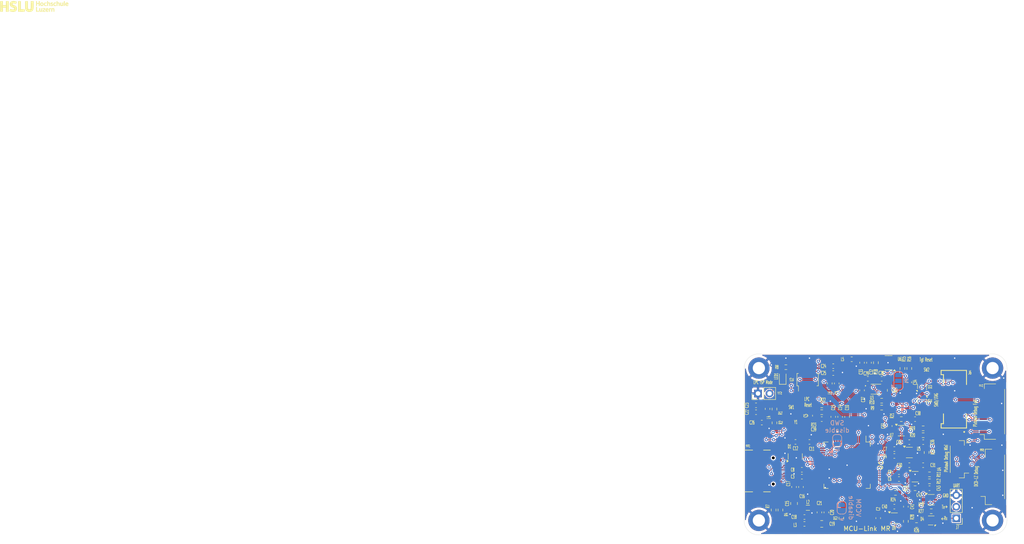
<source format=kicad_pcb>
(kicad_pcb (version 20240108) (generator "pcbnew") (generator_version "8.0")
  (layers (0 "F.Cu" signal) (31 "B.Cu" signal) (34 "B.Paste" user) (35 "F.Paste" user) (36 "B.SilkS" user "B.Silkscreen") (37 "F.SilkS" user "F.Silkscreen") (38 "B.Mask" user) (39 "F.Mask" user) (44 "Edge.Cuts" user))
  (net 0 "")
  (net 1 "GND")
  (net 2 "/McuLink Power and USB/MCU_VDDIO")
  (net 3 "+3V3")
  (net 4 "Net-(U1A-FB)")
  (net 5 "Net-(U1A-VBAT_DCDC)")
  (net 6 "+5V")
  (net 7 "/McuLink Power and USB/USB_VBUS")
  (net 8 "IF_VREF")
  (net 9 "Net-(U6-V+)")
  (net 10 "Net-(C34-Pad1)")
  (net 11 "DBGIF_VREF")
  (net 12 "/Debug interface/IF_TDI")
  (net 13 "/Debug interface/IF_SWCLK")
  (net 14 "/Debug interface/IF_SWO")
  (net 15 "/Debug interface/IF_SWDIO")
  (net 16 "/Debug interface/IF_RST")
  (net 17 "/Debug interface/VTARGET")
  (net 18 "/Debug interface/IF_DETECT")
  (net 19 "Net-(D4A-K1)")
  (net 20 "Net-(D4B-K2)")
  (net 22 "LPC_RST")
  (net 25 "PIO0_5-ISP_EN-LED1_CTRL")
  (net 26 "HW_VER_6")
  (net 27 "HW_VER_7")
  (net 28 "LPC_SWDIO")
  (net 29 "LPC_SWDCLK")
  (net 30 "Net-(JP1-A)")
  (net 31 "Net-(U1A-LX)")
  (net 32 "Net-(LED1-A)")
  (net 33 "Net-(U1B-USB1_VBUS)")
  (net 34 "Net-(U1C-PIO0_9)")
  (net 35 "DBGIF_TMS_SWDIO_TXEN")
  (net 36 "Net-(J9-CC2)")
  (net 37 "Net-(R17-Pad2)")
  (net 38 "Net-(J9-CC1)")
  (net 39 "DBGIF_RESET_TXEN")
  (net 40 "DBGIF_DETECT")
  (net 41 "Net-(U3-1B)")
  (net 42 "Net-(U3-2B)")
  (net 43 "Net-(U4-B)")
  (net 44 "Net-(U6-+)")
  (net 45 "DBGIF_RESET")
  (net 46 "Net-(U6--)")
  (net 47 "Net-(U7-B)")
  (net 48 "DBGIF_TDO_SWO")
  (net 49 "DBGIF_TMS_SWDIO")
  (net 50 "FCO_TARGET_TXD")
  (net 51 "Net-(U9-B)")
  (net 52 "Net-(U10-B)")
  (net 53 "FC0_TARGET_RXD")
  (net 55 "DBGIF_TCK_SWCLK")
  (net 62 "DBGIF_TDI")
  (net 66 "/McuLink Power and USB/USB_D+")
  (net 67 "/McuLink Power and USB/USB_D-")
  (net 68 "/McuLink Power and USB/Q-")
  (net 69 "/McuLink Power and USB/Q+")
  (footprint "Capacitor_SMD:C_0603_1608Metric" (layer "F.Cu") (at 184.404 84.582 90)
    (property "Reference" "C1")
    (property "Value" "4U7")
  )
  (footprint "Capacitor_SMD:C_0603_1608Metric" (layer "F.Cu") (at 193.548 114.3 -90)
    (property "Reference" "C2")
    (property "Value" "100n")
  )
  (footprint "Capacitor_SMD:C_0603_1608Metric" (layer "F.Cu") (at 176.725 105.156 180)
    (property "Reference" "C3")
    (property "Value" "100n")
  )
  (footprint "Capacitor_SMD:C_0603_1608Metric" (layer "F.Cu") (at 197.104 100.584)
    (property "Reference" "C4")
    (property "Value" "100n")
  )
  (footprint "Capacitor_SMD:C_0603_1608Metric" (layer "F.Cu") (at 198.12 105.664)
    (property "Reference" "C6")
    (property "Value" "100n")
  )
  (footprint "Capacitor_SMD:C_0603_1608Metric" (layer "F.Cu") (at 176.725 103.632 180)
    (property "Reference" "C8")
    (property "Value" "10n")
  )
  (footprint "Capacitor_SMD:C_0603_1608Metric" (layer "F.Cu") (at 186.69 91.948 90)
    (property "Reference" "C10")
    (property "Value" "10n")
  )
  (footprint "Capacitor_SMD:C_0603_1608Metric" (layer "F.Cu") (at 178.393 97.485)
    (property "Reference" "C11")
    (property "Value" "8p")
  )
  (footprint "Capacitor_SMD:C_0603_1608Metric" (layer "F.Cu") (at 175.319 97.485 180)
    (property "Reference" "C12")
    (property "Value" "8p")
  )
  (footprint "Capacitor_SMD:C_0603_1608Metric" (layer "F.Cu") (at 183.642 91.948 90)
    (property "Reference" "C13")
    (property "Value" "100n")
  )
  (footprint "Capacitor_SMD:C_0603_1608Metric" (layer "F.Cu") (at 185.166 91.948 90)
    (property "Reference" "C14")
    (property "Value" "47p")
  )
  (footprint "Capacitor_SMD:C_0805_2012Metric" (layer "F.Cu") (at 175.006 111.064 -90)
    (property "Reference" "C15")
    (property "Value" "22u")
  )
  (footprint "Capacitor_SMD:C_0603_1608Metric" (layer "F.Cu") (at 175.006 107.429 -90)
    (property "Reference" "C16")
    (property "Value" "47p")
  )
  (footprint "Capacitor_SMD:C_0603_1608Metric" (layer "F.Cu") (at 176.53 107.429 -90)
    (property "Reference" "C17")
    (property "Value" "100n")
  )
  (footprint "Capacitor_SMD:C_0805_2012Metric" (layer "F.Cu") (at 181.102 115.57)
    (property "Reference" "C19")
    (property "Value" "22u")
  )
  (footprint "Capacitor_SMD:C_0603_1608Metric" (layer "F.Cu") (at 182.118 113.03 -90)
    (property "Reference" "C20")
    (property "Value" "100n")
  )
  (footprint "Capacitor_SMD:C_0603_1608Metric" (layer "F.Cu") (at 180.594 113.03 -90)
    (property "Reference" "C21")
    (property "Value" "47p")
  )
  (footprint "Capacitor_SMD:C_0603_1608Metric" (layer "F.Cu") (at 166.624 90.932 180)
    (property "Reference" "C22")
    (property "Value" "10u")
  )
  (footprint "Capacitor_SMD:C_0603_1608Metric" (layer "F.Cu") (at 166.624 89.408 180)
    (property "Reference" "C23")
    (property "Value" "100n")
  )
  (footprint "Capacitor_SMD:C_0603_1608Metric" (layer "F.Cu") (at 183.642 80.772)
    (property "Reference" "C24")
    (property "Value" "100n")
  )
  (footprint "Capacitor_SMD:C_0603_1608Metric" (layer "F.Cu") (at 183.642 82.296)
    (property "Reference" "C25")
    (property "Value" "10u")
  )
  (footprint "Capacitor_SMD:C_0603_1608Metric" (layer "F.Cu") (at 167.894 93.218 180)
    (property "Reference" "C26")
    (property "Value" "10n")
  )
  (footprint "Capacitor_SMD:C_0603_1608Metric" (layer "F.Cu") (at 189.992 86.106 90)
    (property "Reference" "C27")
    (property "Value" "100n")
  )
  (footprint "Capacitor_SMD:C_0603_1608Metric" (layer "F.Cu") (at 194.31 83.566 180)
    (property "Reference" "C28")
    (property "Value" "100n")
  )
  (footprint "Capacitor_SMD:C_0603_1608Metric" (layer "F.Cu") (at 200.406 102.616 180)
    (property "Reference" "C30")
    (property "Value" "100n")
  )
  (footprint "Capacitor_SMD:C_0603_1608Metric" (layer "F.Cu") (at 203.454 102.616)
    (property "Reference" "C31")
    (property "Value" "100n")
  )
  (footprint "Capacitor_SMD:C_0603_1608Metric" (layer "F.Cu") (at 191.516 80.01 -90)
    (property "Reference" "C32")
    (property "Value" "100n")
  )
  (footprint "Capacitor_SMD:C_0603_1608Metric" (layer "F.Cu") (at 200.406 97.536 180)
    (property "Reference" "C35")
    (property "Value" "100n")
  )
  (footprint "Capacitor_SMD:C_0603_1608Metric" (layer "F.Cu") (at 203.467 97.536)
    (property "Reference" "C36")
    (property "Value" "100n")
  )
  (footprint "Capacitor_SMD:C_0603_1608Metric" (layer "F.Cu") (at 196.088 93.98 90)
    (property "Reference" "C37")
    (property "Value" "100n")
  )
  (footprint "Capacitor_SMD:C_0603_1608Metric" (layer "F.Cu") (at 201.676 92.456)
    (property "Reference" "C38")
    (property "Value" "100n")
  )
  (footprint "Capacitor_SMD:C_0603_1608Metric" (layer "F.Cu") (at 197.104 111.76 180)
    (property "Reference" "C40")
    (property "Value" "100n")
  )
  (footprint "Capacitor_SMD:C_0603_1608Metric" (layer "F.Cu") (at 199.644 111.76 -90)
    (property "Reference" "C41")
    (property "Value" "100n")
  )
  (footprint "Capacitor_SMD:C_0603_1608Metric" (layer "F.Cu") (at 200.393 109.22 180)
    (property "Reference" "C42")
    (property "Value" "100n")
  )
  (footprint "Capacitor_SMD:C_0603_1608Metric" (layer "F.Cu") (at 204.851 107.696)
    (property "Reference" "C43")
    (property "Value" "100n")
  )
  (footprint "Package_TO_SOT_SMD:SOT-143" (layer "F.Cu") (at 175.26 100.711 90)
    (property "Reference" "D1")
    (property "Value" "PRTR5V0U2X")
  )
  (footprint "Package_TO_SOT_SMD:SOT-666" (layer "F.Cu") (at 203.2 85.344 90)
    (property "Reference" "D3")
    (property "Value" "PESD5V0L5UV")
  )
  (footprint "Package_TO_SOT_SMD:SOT-666" (layer "F.Cu") (at 205.232 114.808 180)
    (property "Reference" "D4")
    (property "Value" "PESD5V0L5UV")
  )
  (footprint "McuOnEclipse:SWD_Pin_Header_Straight_2x05_Pitch1.27mm_SMD_Shrouded" (layer "F.Cu") (at 210.4675 88.06 90)
    (property "Reference" "J6")
    (property "Value" "Conn_02x05_Odd_Even")
  )
  (footprint "Inductor_SMD:L_0603_1608Metric" (layer "F.Cu") (at 182.88 84.582 -90)
    (property "Reference" "L1")
    (property "Value" "MI0603J601R-10")
  )
  (footprint "Inductor_SMD:L_0805_2012Metric" (layer "F.Cu") (at 178.054 112.014 180)
    (property "Reference" "L2")
    (property "Value" "4U7")
  )
  (footprint "Inductor_SMD:L_0603_1608Metric" (layer "F.Cu") (at 177.292 115.57)
    (property "Reference" "L3")
    (property "Value" "MI0603J601R-10")
  )
  (footprint "Inductor_SMD:L_0603_1608Metric" (layer "F.Cu") (at 169.164 90.1955 90)
    (property "Reference" "L4")
    (property "Value" "MI0603J601R-10")
  )
  (footprint "Inductor_SMD:L_0603_1608Metric" (layer "F.Cu") (at 187.706 79.248)
    (property "Reference" "L5")
    (property "Value" "MI0603J601R-10")
  )
  (footprint "LED_SMD:LED_0603_1608Metric" (layer "F.Cu") (at 172.5 83.2875 90)
    (property "Reference" "LED1")
    (property "Value" "LED_RED")
  )
  (footprint "Resistor_SMD:R_0603_1608Metric" (layer "F.Cu") (at 170.688 90.233 90)
    (property "Reference" "R1")
    (property "Value" "10k")
  )
  (footprint "Resistor_SMD:R_0603_1608Metric" (layer "F.Cu") (at 170.688 93.281 90)
    (property "Reference" "R2")
    (property "Value" "20k")
  )
  (footprint "Resistor_SMD:R_0603_1608Metric" (layer "F.Cu") (at 194.31 89.916 180)
    (property "Reference" "R9")
    (property "Value" "10R")
  )
  (footprint "Resistor_SMD:R_0603_1608Metric" (layer "F.Cu") (at 194.31 88.392 180)
    (property "Reference" "R10")
    (property "Value" "10R")
  )
  (footprint "Resistor_SMD:R_0603_1608Metric" (layer "F.Cu") (at 204.851 104.648)
    (property "Reference" "R11")
    (property "Value" "10R")
  )
  (footprint "Resistor_SMD:R_0603_1608Metric" (layer "F.Cu") (at 204.851 106.172)
    (property "Reference" "R12")
    (property "Value" "100k")
  )
  (footprint "Resistor_SMD:R_0603_1608Metric" (layer "F.Cu") (at 201.676 107.696 180)
    (property "Reference" "R13")
    (property "Value" "2k")
  )
  (footprint "Resistor_SMD:R_0603_1608Metric" (layer "F.Cu") (at 204.216 99.822 90)
    (property "Reference" "R14")
    (property "Value" "100k")
  )
  (footprint "Resistor_SMD:R_0603_1608Metric" (layer "F.Cu") (at 193.04 80.01 -90)
    (property "Reference" "R18")
    (property "Value" "100R")
  )
  (footprint "Resistor_SMD:R_0603_1608Metric" (layer "F.Cu") (at 203.454 96.012)
    (property "Reference" "R20")
    (property "Value" "100k")
  )
  (footprint "Resistor_SMD:R_0603_1608Metric" (layer "F.Cu") (at 198.628 92.456)
    (property "Reference" "R21")
    (property "Value" "2k")
  )
  (footprint "Resistor_SMD:R_0603_1608Metric" (layer "F.Cu") (at 181.102 89.408)
    (property "Reference" "R22")
    (property "Value" "2k")
  )
  (footprint "Resistor_SMD:R_0603_1608Metric" (layer "F.Cu") (at 181.102 90.932)
    (property "Reference" "R23")
    (property "Value" "2k")
  )
  (footprint "Resistor_SMD:R_0603_1608Metric" (layer "F.Cu") (at 197.358 108.712)
    (property "Reference" "R24")
    (property "Value" "2k")
  )
  (footprint "Resistor_SMD:R_0603_1608Metric" (layer "F.Cu") (at 201.993 115.824)
    (property "Reference" "R26")
    (property "Value" "10R")
  )
  (footprint "Resistor_SMD:R_0603_1608Metric" (layer "F.Cu") (at 205.232 112.776)
    (property "Reference" "R27")
    (property "Value" "10R")
  )
  (footprint "Resistor_SMD:R_0603_1608Metric" (layer "F.Cu") (at 199.644 114.999 90)
    (property "Reference" "R28")
    (property "Value" "100k")
  )
  (footprint "McuOnEclipse:LQFP-64-1EP_10x10mm_P0.5mm_EP3.5x3.5mm" (layer "F.Cu") (at 186.69 102.616 -90)
    (property "Reference" "U1")
    (property "Value" "LPC55S69JBD64")
  )
  (footprint "McuOnEclipse:SOT-89-5" (layer "F.Cu") (at 178 83.75 90)
    (property "Reference" "U2")
    (property "Value" "XC6227C331PR-G")
  )
  (footprint "Package_TO_SOT_SMD:SOT-363_SC-70-6" (layer "F.Cu") (at 200.406 99.822)
    (property "Reference" "U5")
    (property "Value" "SN74LVC1T45GW")
  )
  (footprint "Package_TO_SOT_SMD:SOT-363_SC-70-6" (layer "F.Cu") (at 198.628 94.996)
    (property "Reference" "U7")
    (property "Value" "SN74LVC1T45GW")
  )
  (footprint "Package_TO_SOT_SMD:SOT-363_SC-70-6" (layer "F.Cu") (at 197.104 114.3)
    (property "Reference" "U9")
    (property "Value" "SN74LVC1T45GW")
  )
  (footprint "Package_TO_SOT_SMD:SOT-363_SC-70-6" (layer "F.Cu") (at 205.232 110.236)
    (property "Reference" "U10")
    (property "Value" "SN74LVC1T45GW")
  )
  (footprint "Connector_PinHeader_2.54mm:PinHeader_1x02_P2.54mm_Vertical" (layer "F.Cu") (at 167.06 86.8 90)
    (property "Reference" "J3")
    (property "Value" "Jumper_2_Open")
  )
  (footprint "Resistor_SMD:R_0603_1608Metric" (layer "F.Cu") (at 173.2 81 180)
    (property "Reference" "R8")
    (property "Value" "2k")
  )
  (footprint "Capacitor_SMD:C_0603_1608Metric" (layer "F.Cu") (at 189.992 80.01 -90)
    (property "Reference" "C33")
    (property "Value" "10u")
  )
  (footprint "Resistor_SMD:R_0603_1608Metric" (layer "F.Cu") (at 203.454 94.488)
    (property "Reference" "R19")
    (property "Value" "10R")
  )
  (footprint "Capacitor_SMD:C_0603_1608Metric" (layer "F.Cu") (at 178.562 91.694 90)
    (property "Reference" "C5")
    (property "Value" "100n")
  )
  (footprint "Capacitor_SMD:C_0603_1608Metric" (layer "F.Cu") (at 177.292 114.046)
    (property "Reference" "C18")
    (property "Value" "UL-22U")
  )
  (footprint "Resistor_SMD:R_0603_1608Metric" (layer "F.Cu") (at 185.42 114.3 90)
    (property "Reference" "R3")
    (property "Value" "0R")
  )
  (footprint "Package_TO_SOT_SMD:SOT-666" (layer "F.Cu") (at 203.2 88.392 -90)
    (property "Reference" "D2")
    (property "Value" "PESD5V0L5UV")
  )
  (footprint "Capacitor_SMD:C_0603_1608Metric" (layer "F.Cu") (at 191.262 83.566)
    (property "Reference" "C29")
    (property "Value" "10u")
  )
  (footprint "Capacitor_SMD:C_0603_1608Metric" (layer "F.Cu") (at 197.104 99.06)
    (property "Reference" "C7")
    (property "Value" "10n")
  )
  (footprint "Capacitor_SMD:C_0603_1608Metric" (layer "F.Cu") (at 198.12 104.14)
    (property "Reference" "C9")
    (property "Value" "10n")
  )
  (footprint "Capacitor_SMD:C_0603_1608Metric" (layer "F.Cu") (at 181.102 92.456)
    (property "Reference" "C39")
    (property "Value" "100n")
  )
  (footprint "Connector_PinHeader_2.54mm:PinHeader_1x03_P2.54mm_Vertical" (layer "F.Cu") (at 210.75 114.325 180)
    (property "Reference" "J7")
    (property "Value" "1x3pos, 100mil pitch")
  )
  (footprint "Package_TO_SOT_SMD:SOT-23-5" (layer "F.Cu") (at 195.834 80.01 180)
    (property "Reference" "U6")
    (property "Value" "MCP6001-OT")
  )
  (footprint "Resistor_SMD:R_0603_1608Metric" (layer "F.Cu") (at 196.088 86.106 90)
    (property "Reference" "R17")
    (property "Value" "10R")
  )
  (footprint "Resistor_SMD:R_0603_1608Metric" (layer "F.Cu") (at 200.406 81.28 90)
    (property "Reference" "R16")
    (property "Value" "33k")
  )
  (footprint "Resistor_SMD:R_0603_1608Metric" (layer "F.Cu") (at 198.882 81.28 -90)
    (property "Reference" "R15")
    (property "Value" "100R")
  )
  (footprint "Capacitor_SMD:C_0603_1608Metric" (layer "F.Cu") (at 200.406 84.328 -90)
    (property "Reference" "C34")
    (property "Value" "100n")
  )
  (footprint "Package_SO:VSSOP-8_2.3x2mm_P0.5mm" (layer "F.Cu") (at 193.04 85.852)
    (property "Reference" "U3")
    (property "Value" "74LVC2T45DC")
  )
  (footprint "McuOnEclipse:SW_C_K_KMR2" (layer "F.Cu") (at 174.4 88.8)
    (property "Reference" "SW1")
    (property "Value" "KMR221GLFS")
  )
  (footprint "Package_TO_SOT_SMD:SOT-363_SC-70-6" (layer "F.Cu") (at 201.676 105.156)
    (property "Reference" "U4")
    (property "Value" "SN74LVC1T45GW")
  )
  (footprint "MountingHole:MountingHole_2.7mm_M2.5_DIN965_Pad" (layer "F.Cu") (at 218.75 81.2)
    (property "Reference" "H2" (hide yes))
    (property "Value" "MountingHole_Pad")
  )
  (footprint "MountingHole:MountingHole_2.7mm_M2.5_DIN965_Pad" (layer "F.Cu") (at 167.25 114.8)
    (property "Reference" "H3" (hide yes))
    (property "Value" "MountingHole_Pad")
  )
  (footprint "MountingHole:MountingHole_2.7mm_M2.5_DIN965_Pad" (layer "F.Cu") (at 218.75 114.8)
    (property "Reference" "H4" (hide yes))
    (property "Value" "MountingHole_Pad")
  )
  (footprint "MountingHole:MountingHole_2.7mm_M2.5_DIN965_Pad" (layer "F.Cu") (at 167.25 81.2)
    (property "Reference" "H1" (hide yes))
    (property "Value" "MountingHole_Pad")
  )
  (footprint "McuOnEclipse:JST_SH_BM06B-SRSS-TB_1x06-1MP_P1.00mm_Vertical" (layer "F.Cu") (at 211.425 101.3 90)
    (property "Reference" "J2")
    (property "Value" "Pixhawk_Debug_Mini")
  )
  (footprint "McuOnEclipse:CX3225GA16000D0PTVCC" (layer "F.Cu") (at 175.5 95.2 180)
    (property "Reference" "Y1")
    (property "Value" "16.000MHz")
  )
  (footprint "McuOnEclipse:Hochschule_Luzern_New" (layer "F.Cu") (at 4.150386 0.25)
    (property "Reference" "L6" (hide yes))
    (property "Value" "Logo HSLU" (hide yes))
  )
  (footprint "Resistor_SMD:R_0603_1608Metric" (layer "F.Cu") (at 170.5 112.5 90)
    (property "Reference" "R7")
    (property "Value" "5k1")
  )
  (footprint "McuOnEclipse:Fiducial_1mm_Dia_2.54mm_Outer_CopperTop" (layer "F.Cu") (at 214.6 116.1)
    (property "Reference" "FID2" (hide yes))
    (property "Value" "Fiducial")
  )
  (footprint "McuOnEclipse:Fiducial_1mm_Dia_2.54mm_Outer_CopperTop" (layer "F.Cu") (at 214.6 79.8)
    (property "Reference" "FID3" (hide yes))
    (property "Value" "Fiducial")
  )
  (footprint "McuOnEclipse:JST_GH_SM07B-GHS-TB_1x07-1MP_P1.25mm_Horizontal" (layer "F.Cu") (at 218.85 105.2 90)
    (property "Reference" "J8")
    (property "Value" "DCD-LZ_Debug")
  )
  (footprint "McuOnEclipse:JST_SH_SM10B-SRSS-TB_1x10-1MP_P1.00mm_Horizontal" (layer "F.Cu") (at 218.725 90.8 90)
    (property "Reference" "J1")
    (property "Value" "Pixhawk Debug Full")
  )
  (footprint "Resistor_SMD:R_0603_1608Metric" (layer "F.Cu") (at 172 112.5 90)
    (property "Reference" "R4")
    (property "Value" "5k1")
  )
  (footprint "McuOnEclipse:Fiducial_1mm_Dia_2.54mm_Outer_CopperTop" (layer "F.Cu") (at 172.5 115.8)
    (property "Reference" "FID1" (hide yes))
    (property "Value" "Fiducial")
  )
  (footprint "McuOnEclipse:SW_C_K_KMR2" (layer "F.Cu") (at 203.95 81.8)
    (property "Reference" "SW2")
    (property "Value" "KMR221GLFS")
  )
  (footprint "McuOnEclipse:USB_C_Receptacle_GCT_USB4110-GF-A" (layer "F.Cu") (at 167.875 103.89 -90)
    (property "Reference" "J9")
    (property "Value" "USB4110-GF-A_REVB")
  )
  (footprint "McuOnEclipse:SolderJumper-2_P1.3mm_Open_RoundedPad1.0x1.5mm" (layer "B.Cu") (at 185.5 112 90)
    (property "Reference" "J4")
    (property "Value" "Jumper_2_Open")
  )
  (footprint "McuOnEclipse:SolderJumper-2_P1.3mm_Open_RoundedPad1.0x1.5mm" (layer "B.Cu") (at 184.5 97.25 -90)
    (property "Reference" "J5")
    (property "Value" "Jumper_2_Open")
  )
  (footprint "McuOnEclipse:SolderJumper-3_P1.3mm_Open_RoundedPad1.0x1.5mm" (layer "B.Cu") (at 198 84 90)
    (property "Reference" "JP1")
    (property "Value" "SolderJumper_3_Open")
  )
  (gr_line (start 208.5 112.05) (end 208.75 111.8) (stroke (width 0.12)) (layer "F.SilkS"))
  (gr_line (start 207.5 114.45) (end 207.75 114.7) (stroke (width 0.12)) (layer "F.SilkS"))
  (gr_line (start 208.25 111.8) (end 208.75 111.8) (stroke (width 0.12)) (layer "F.SilkS"))
  (gr_line (start 208 114.45) (end 207.5 114.45) (stroke (width 0.12)) (layer "F.SilkS"))
  (gr_line (start 207.75 114.2) (end 207.5 114.45) (stroke (width 0.12)) (layer "F.SilkS"))
  (gr_line (start 208.75 111.8) (end 208.5 111.55) (stroke (width 0.12)) (layer "F.SilkS"))
  (gr_line (start 218.73613 117.937701) (end 167.2 118) (stroke (width 0.05)) (layer "Edge.Cuts"))
  (gr_line (start 221.937673 81.263889) (end 221.937692 114.736139) (stroke (width 0.05)) (layer "Edge.Cuts"))
  (gr_arc (start 167.2 118) (mid 164.936178 117.062271) (end 163.998438 114.798438) (stroke (width 0.05)) (layer "Edge.Cuts"))
  (gr_arc (start 221.937692 114.736139) (mid 221.000003 117.000018) (end 218.73613 117.937701) (stroke (width 0.05)) (layer "Edge.Cuts"))
  (gr_arc (start 218.736111 78.062327) (mid 221.000028 78.999985) (end 221.937673 81.263889) (stroke (width 0.05)) (layer "Edge.Cuts"))
  (gr_arc (start 164 81.263846) (mid 164.937697 78.999957) (end 167.201562 78.062284) (stroke (width 0.05)) (layer "Edge.Cuts"))
  (gr_line (start 167.201562 78.062284) (end 218.736111 78.062327) (stroke (width 0.05)) (layer "Edge.Cuts"))
  (gr_line (start 163.998438 114.798438) (end 164 81.263846) (stroke (width 0.05)) (layer "Edge.Cuts"))
  (gr_text "SWD\ndisable" (at 184.5 95.5 0) (layer "B.SilkS") (effects (font (size 1 1) (thickness 0.125)) (justify bottom mirror)))
  (gr_text "VCOM\ndisable" (at 187 112 -90) (layer "B.SilkS") (effects (font (size 1 1) (thickness 0.125)) (justify bottom mirror)))
  (gr_text "DCD-LZ Debug" (at 215.6 107.4 90) (layer "F.SilkS") (effects (font (size 0.8 0.4) (thickness 0.1) (bold yes)) (justify left bottom)))
  (gr_text "LPC ISP Mode" (at 166 84.8 0) (layer "F.SilkS") (effects (font (size 0.8 0.4) (thickness 0.1) (bold yes)) (justify left bottom)))
  (gr_text "Pixhawk Debug Mini" (at 209 104.2 90) (layer "F.SilkS") (effects (font (size 0.8 0.4) (thickness 0.1) (bold yes)) (justify left bottom)))
  (gr_text "SWD/JTAG" (at 206.8 89.8 90) (layer "F.SilkS") (effects (font (size 0.8 0.4) (thickness 0.1) (bold yes)) (justify left bottom)))
  (gr_text "MCU-Link MR" (at 185.8 117.2 0) (layer "F.SilkS") (effects (font (size 1 1)) (justify left bottom)))
  (gr_text "Pixhawk Debug Full" (at 215.4 94.2 90) (layer "F.SilkS") (effects (font (size 0.8 0.4) (thickness 0.1) (bold yes)) (justify left bottom)))
  (gr_text "GND" (at 207.75 109.8 0) (layer "F.SilkS") (effects (font (size 0.8 0.4) (thickness 0.1) (bold yes)) (justify left bottom)))
  (gr_text "Rx" (at 208 114.8 0) (layer "F.SilkS") (effects (font (size 0.8 0.4) (thickness 0.1) (bold yes)) (justify left bottom)))
  (gr_text "UART" (at 210 107.6 0) (layer "F.SilkS") (effects (font (size 0.8 0.4) (thickness 0.1) (bold yes)) (justify left bottom)))
  (gr_text "Tx\n" (at 207.5 112.3 0) (layer "F.SilkS") (effects (font (size 0.8 0.4) (thickness 0.1) (bold yes)) (justify left bottom)))
  (gr_text "LPC\nReset" (at 177.2 89.8 0) (layer "F.SilkS") (effects (font (size 0.8 0.4) (thickness 0.1) (bold yes)) (justify left bottom)))
  (gr_text "Tgt Reset" (at 202.6 79.8 0) (layer "F.SilkS") (effects (font (size 0.8 0.4) (thickness 0.1) (bold yes)) (justify left bottom)))
  (segment (start 175.868 103.632) (end 175 104.5) (width 0.1524) (layer "F.Cu") (net 1))
  (segment (start 196.329 94.996) (end 196.088 94.755) (width 0.1524) (layer "F.Cu") (net 1))
  (segment (start 200.804918 104.9346) (end 201.3894 104.9346) (width 0.1524) (layer "F.Cu") (net 1))
  (segment (start 198.895 105.664) (end 200.075518 105.664) (width 0.1524) (layer "F.Cu") (net 1))
  (segment (start 201.483 99.949) (end 201.356 99.822) (width 0.1524) (layer "F.Cu") (net 1))
  (segment (start 171 98.78) (end 172.22 100) (width 0.1524) (layer "F.Cu") (net 1))
  (segment (start 174.789 101.711) (end 175.5 101) (width 0.1524) (layer "F.Cu") (net 1))
  (segment (start 201.3894 104.9346) (end 201.676 104.648) (width 0.1524) (layer "F.Cu") (net 1))
  (segment (start 181.015 103.366) (end 182.614 103.366) (width 0.1524) (layer "F.Cu") (net 1))
  (segment (start 197.612 98.793) (end 197.879 99.06) (width 0.1524) (layer "F.Cu") (net 1))
  (segment (start 202.698433 110.236) (end 202.693633 110.2408) (width 0.1524) (layer "F.Cu") (net 1))
  (segment (start 171.55 100.54) (end 172.46 100.54) (width 0.1524) (layer "F.Cu") (net 1))
  (segment (start 185.44 96.159) (end 184.531 95.25) (width 0.1524) (layer "F.Cu") (net 1))
  (segment (start 197.879 111.76) (end 197.879 111.136028) (width 0.1524) (layer "F.Cu") (net 1))
  (segment (start 172.46 100.54) (end 173 100) (width 0.1524) (layer "F.Cu") (net 1))
  (segment (start 175.95 103.632) (end 175.868 103.632) (width 0.1524) (layer "F.Cu") (net 1))
  (segment (start 202.692 97.536) (end 202.692 98.578428) (width 0.3048) (layer "F.Cu") (net 1))
  (segment (start 171 109) (end 169.5 107.5) (width 0.1524) (layer "F.Cu") (net 1))
  (segment (start 197.612 98.044) (end 197.612 98.793) (width 0.1524) (layer "F.Cu") (net 1))
  (segment (start 198.895 105.664) (end 198.895 105.931) (width 0.1524) (layer "F.Cu") (net 1))
  (segment (start 197.879 100.584) (end 198.641 99.822) (width 0.1524) (layer "F.Cu") (net 1))
  (segment (start 174.51 101.711) (end 174.789 101.711) (width 0.1524) (layer "F.Cu") (net 1))
  (segment (start 202.501 108.499) (end 202.5 108.5) (width 0.1524) (layer "F.Cu") (net 1))
  (segment (start 182.614 103.366) (end 182.753 103.505) (width 0.1524) (layer "F.Cu") (net 1))
  (segment (start 175.656 105.156) (end 175 104.5) (width 0.1524) (layer "F.Cu") (net 1))
  (segment (start 169.5 107.5) (end 169.5 107) (width 0.1524) (layer "F.Cu") (net 1))
  (segment (start 199.456 99.822) (end 199 99.822) (width 0.1524) (layer "F.Cu") (net 1))
  (segment (start 175.95 105.156) (end 175.656 105.156) (width 0.1524) (layer "F.Cu") (net 1))
  (segment (start 200.075518 105.664) (end 200.804918 104.9346) (width 0.1524) (layer "F.Cu") (net 1))
  (segment (start 182.709 105.366) (end 182.753 105.41) (width 0.1524) (layer "F.Cu") (net 1))
  (segment (start 172.22 100) (end 173 100) (width 0.1524) (layer "F.Cu") (net 1))
  (segment (start 165.849 89.408) (end 165.849 90.932) (width 0.1524) (layer "F.Cu") (net 1))
  (segment (start 198.895 105.931) (end 199.517 106.553) (width 0.1524) (layer "F.Cu") (net 1))
  (segment (start 167.07 98.78) (end 167.07 109) (width 0.1524) (layer "F.Cu") (net 1))
  (segment (start 202.501 107.696) (end 202.501 108.499) (width 0.1524) (layer "F.Cu") (net 1))
  (segment (start 185.44 96.941) (end 185.44 96.159) (width 0.1524) (layer "F.Cu") (net 1))
  (segment (start 200.901 92.456) (end 200.901 93.586) (width 0.3048) (layer "F.Cu") (net 1))
  (segment (start 198.641 99.822) (end 199 99.822) (width 0.1524) (layer "F.Cu") (net 1))
  (segment (start 202.692 98.578428) (end 202.619691 98.650737) (width 0.3048) (layer "F.Cu") (net 1))
  (segment (start 204.282 110.236) (end 202.698433 110.236) (width 0.1524) (layer "F.Cu") (net 1))
  (segment (start 181.015 105.366) (end 182.709 105.366) (width 0.1524) (layer "F.Cu") (net 1))
  (segment (start 202.184 99.949) (end 201.483 99.949) (width 0.1524) (layer "F.Cu") (net 1))
  (segment (start 197.879 111.136028) (end 198.507514 110.507514) (width 0.1524) (layer "F.Cu") (net 1))
  (segment (start 197.678 94.996) (end 196.329 94.996) (width 0.1524) (layer "F.Cu") (net 1))
  (segment (start 200.901 93.586) (end 200.914 93.599) (width 0.3048) (layer "F.Cu") (net 1))
  (via (at 178.8 95.9) (size 0.7) (drill 0.3) (layers "F.Cu" "B.Cu") (net 1))
  (via (at 221 109.25) (size 0.7) (drill 0.3) (layers "F.Cu" "B.Cu") (net 1))
  (via (at 182.753 103.505) (size 0.7) (drill 0.3) (layers "F.Cu" "B.Cu") (net 1))
  (via (at 198.507514 110.507514) (size 0.7) (drill 0.3) (layers "F.Cu" "B.Cu") (net 1))
  (via (at 207.8 115.4) (size 0.7) (drill 0.3) (layers "F.Cu" "B.Cu") (net 1))
  (via (at 185.674 82.169) (size 0.7) (drill 0.3) (layers "F.Cu" "B.Cu") (net 1))
  (via (at 193.5 97.9) (size 0.7) (drill 0.3) (layers "F.Cu" "B.Cu") (net 1))
  (via (at 202.25 113.75) (size 0.7) (drill 0.3) (layers "F.Cu" "B.Cu") (net 1))
  (via (at 188.75 115) (size 0.7) (drill 0.3) (layers "F.Cu" "B.Cu") (net 1))
  (via (at 190.5 88) (size 0.7) (drill 0.3) (layers "F.Cu" "B.Cu") (net 1))
  (via (at 214.25 112) (size 0.7) (drill 0.3) (layers "F.Cu" "B.Cu") (net 1))
  (via (at 199.517 106.553) (size 0.7) (drill 0.3) (layers "F.Cu" "B.Cu") (net 1))
  (via (at 170 80.5) (size 0.7) (drill 0.3) (layers "F.Cu" "B.Cu") (net 1))
  (via (at 169.5 107) (size 0.7) (drill 0.3) (layers "F.Cu" "B.Cu") (net 1))
  (via (at 191.4 93.9) (size 0.7) (drill 0.3) (layers "F.Cu" "B.Cu") (net 1))
  (via (at 181.864 107.569) (size 0.7) (drill 0.3) (layers "F.Cu" "B.Cu") (net 1))
  (via (at 195.6 95.8) (size 0.7) (drill 0.3) (layers "F.Cu" "B.Cu") (net 1))
  (via (at 178 109) (size 0.7) (drill 0.3) (layers "F.Cu" "B.Cu") (net 1))
  (via (at 197.612 98.044) (size 0.7) (drill 0.3) (layers "F.Cu" "B.Cu") (net 1))
  (via (at 173 100) (size 0.7) (drill 0.3) (layers "F.Cu" "B.Cu") (net 1))
  (via (at 207.9 95.8) (size 0.7) (drill 0.3) (layers "F.Cu" "B.Cu") (net 1))
  (via (at 200.914 93.599) (size 0.7) (drill 0.3) (layers "F.Cu" "B.Cu") (net 1))
  (via (at 194.818 91.313) (size 0.7) (drill 0.3) (layers "F.Cu" "B.Cu") (net 1))
  (via (at 182.753 105.41) (size 0.7) (drill 0.3) (layers "F.Cu" "B.Cu") (net 1))
  (via (at 202.693633 110.2408) (size 0.7) (drill 0.3) (layers "F.Cu" "B.Cu") (net 1))
  (via (at 190.881 90.17) (size 0.7) (drill 0.3) (layers "F.Cu" "B.Cu") (net 1))
  (via (at 198.4 86.7) (size 0.7) (drill 0.3) (layers "F.Cu" "B.Cu") (net 1))
  (via (at 188.722 80.772) (size 0.7) (drill 0.3) (layers "F.Cu" "B.Cu") (net 1))
  (via (at 178.4 79) (size 0.7) (drill 0.3) (layers "F.Cu" "B.Cu") (net 1))
  (via (at 178.943 113.157) (size 0.7) (drill 0.3) (layers "F.Cu" "B.Cu") (net 1))
  (via (at 169.5 94.5) (size 0.7) (drill 0.3) (layers "F.Cu" "B.Cu") (net 1))
  (via (at 213.8 98.2) (size 0.7) (drill 0.3) (layers "F.Cu" "B.Cu") (net 1))
  (via (at 173.2 79) (size 0.7) (drill 0.3) (layers "F.Cu" "B.Cu") (net 1))
  (via (at 174.3 91.3) (size 0.7) (drill 0.3) (layers "F.Cu" "B.Cu") (net 1))
  (via (at 202.5 108.5) (size 0.7) (drill 0.3) (layers "F.Cu" "B.Cu") (net 1))
  (via (at 210.4 79) (size 0.7) (drill 0.3) (layers "F.Cu" "B.Cu") (net 1))
  (via (at 174.117 113.411) (size 0.7) (drill 0.3) (layers "F.Cu" "B.Cu") (net 1))
  (via (at 221.2 83.4) (size 0.7) (drill 0.3) (layers "F.Cu" "B.Cu") (net 1))
  (via (at 186.69 102.616) (size 0.7) (drill 0.3) (layers "F.Cu" "B.Cu") (net 1))
  (via (at 202 86.8) (size 0.7) (drill 0.3) (layers "F.Cu" "B.Cu") (net 1))
  (via (at 197.8 117.2) (size 0.7) (drill 0.3) (layers "F.Cu" "B.Cu") (net 1))
  (via (at 184.531 95.25) (size 0.7) (drill 0.3) (layers "F.Cu" "B.Cu") (net 1))
  (via (at 202.619691 98.650737) (size 0.7) (drill 0.3) (layers "F.Cu" "B.Cu") (net 1))
  (via (at 221 103.75) (size 0.7) (drill 0.3) (layers "F.Cu" "B.Cu") (net 1))
  (via (at 220.75 89) (size 0.7) (drill 0.3) (layers "F.Cu" "B.Cu") (net 1))
  (via (at 195.072 112.776) (size 0.7) (drill 0.3) (layers "F.Cu" "B.Cu") (net 1))
  (via (at 175.5 101) (size 0.7) (drill 0.3) (layers "F.Cu" "B.Cu") (net 1))
  (via (at 202.184 99.949) (size 0.7) (drill 0.3) (layers "F.Cu" "B.Cu") (net 1))
  (via (at 210.4 86.2) (size 0.7) (drill 0.3) (layers "F.Cu" "B.Cu") (net 1))
  (via (at 173 96.6) (size 0.7) (drill 0.3) (layers "F.Cu" "B.Cu") (net 1))
  (via (at 175 104.5) (size 0.7) (drill 0.3) (layers "F.Cu" "B.Cu") (net 1))
  (via (at 192.8 82.4) (size 0.7) (drill 0.3) (layers "F.Cu" "B.Cu") (net 1))
  (via (at 201.676 104.648) (size 0.7) (drill 0.3) (layers "F.Cu" "B.Cu") (net 1))
  (via (at 202.438 106.68) (size 0.7) (drill 0.3) (layers "F.Cu" "B.Cu") (net 1))
  (via (at 195.707 80.01) (size 0.7) (drill 0.3) (layers "F.Cu" "B.Cu") (net 1))
  (via (at 183 88.5) (size 0.7) (drill 0.3) (layers "F.Cu" "B.Cu") (net 1))
  (via (at 220.8 98.2) (size 0.7) (drill 0.3) (layers "F.Cu" "B.Cu") (net 1))
  (segment (start 201.676 105.918) (end 202.438 106.68) (width 0.1524) (layer "B.Cu") (net 1))
  (segment (start 201.676 104.648) (end 201.676 105.918) (width 0.1524) (layer "B.Cu") (net 1))
  (segment (start 182.513336 104.0836) (end 182.992664 104.0836) (width 0.1524) (layer "F.Cu") (net 2))
  (segment (start 182.992664 104.0836) (end 183.3316 103.744664) (width 0.1524) (layer "F.Cu") (net 2))
  (segment (start 182.992664 104.0836) (end 182.992664 104.806916) (width 0.1524) (layer "F.Cu") (net 2))
  (segment (start 179.508526 93.415526) (end 178.562 92.469) (width 0.1524) (layer "F.Cu") (net 2))
  (segment (start 196.329 101.841) (end 196.329 100.584) (width 0.1524) (layer "F.Cu") (net 2))
  (segment (start 186.735299 106.735299) (end 187.94 106.735299) (width 0.1524) (layer "F.Cu") (net 2))
  (segment (start 183.3316 102.5748) (end 183.1284 102.3716) (width 0.1524) (layer "F.Cu") (net 2))
  (segment (start 187.46981 91.94319) (end 186.69 92.723) (width 0.1524) (layer "F.Cu") (net 2))
  (segment (start 182.88 85.3695) (end 184.3915 85.3695) (width 0.1524) (layer "F.Cu") (net 2))
  (segment (start 187.94 109.065999) (end 192.399001 113.525) (width 0.1524) (layer "F.Cu") (net 2))
  (segment (start 184.404 85.357) (end 187.46981 88.42281) (width 0.1524) (layer "F.Cu") (net 2))
  (segment (start 196.329 100.584) (end 196.111 100.366) (width 0.1524) (layer "F.Cu") (net 2))
  (segment (start 186.723534 97.9446) (end 182.9446 97.9446) (width 0.1524) (layer "F.Cu") (net 2))
  (segment (start 187.94 108.291) (end 187.94 106.735299) (width 0.1524) (layer "F.Cu") (net 2))
  (segment (start 182.94 97.94) (end 182.94 96.941) (width 0.1524) (layer "F.Cu") (net 2))
  (segment (start 185.0186 106) (end 186 106) (width 0.1524) (layer "F.Cu") (net 2))
  (segment (start 184.3915 85.3695) (end 184.404 85.357) (width 0.1524) (layer "F.Cu") (net 2))
  (segment (start 183.1284 98.697348) (end 182.94 98.508948) (width 0.1524) (layer "F.Cu") (net 2))
  (segment (start 182.94 95.371052) (end 181.673748 94.1048) (width 0.1524) (layer "F.Cu") (net 2))
  (segment (start 197.345 102.857) (end 196.329 101.841) (width 0.1524) (layer "F.Cu") (net 2))
  (segment (start 186.69 92.723) (end 186.94 92.973) (width 0.1524) (layer "F.Cu") (net 2))
  (segment (start 197.345 104.14) (end 197.345 102.857) (width 0.1524) (layer "F.Cu") (net 2))
  (segment (start 182.992664 104.806916) (end 183.829968 105.64422) (width 0.1524) (layer "F.Cu") (net 2))
  (segment (start 183.829968 105.64422) (end 183.829968 106.031432) (width 0.1524) (layer "F.Cu") (net 2))
  (segment (start 190.6 105.7) (end 190.6 104.856001) (width 0.1524) (layer "F.Cu") (net 2))
  (segment (start 186.94 92.973) (end 186.94 96.941) (width 0.1524) (layer "F.Cu") (net 2))
  (segment (start 182.9446 97.9446) (end 182.94 97.94) (width 0.1524) (layer "F.Cu") (net 2))
  (segment (start 192.365 103.866) (end 197.071 103.866) (width 0.1524) (layer "F.Cu") (net 2))
  (segment (start 190.6 104.856001) (end 191.590001 103.866) (width 0.1524) (layer "F.Cu") (net 2))
  (segment (start 186.94 97.728134) (end 186.723534 97.9446) (width 0.1524) (layer "F.Cu") (net 2))
  (segment (start 187.46981 88.42281) (end 187.46981 91.94319) (width 0.1524) (layer "F.Cu") (net 2))
  (segment (start 182.295736 103.866) (end 182.513336 104.0836) (width 0.1524) (layer "F.Cu") (net 2))
  (segment (start 192.399001 113.525) (end 193.548 113.525) (width 0.1524) (layer "F.Cu") (net 2))
  (segment (start 187.94 106.735299) (end 188.675298 106) (width 0.1524) (layer "F.Cu") (net 2))
  (segment (start 182.94 98.508948) (end 182.94 96.941) (width 0.1524) (layer "F.Cu") (net 2))
  (segment (start 180.973748 94.1048) (end 180.284474 93.415526) (width 0.1524) (layer "F.Cu") (net 2))
  (segment (start 182.94 96.941) (end 182.94 95.371052) (width 0.1524) (layer "F.Cu") (net 2))
  (segment (start 187.94 108.291) (end 187.94 109.065999) (width 0.1524) (layer "F.Cu") (net 2))
  (segment (start 186 106) (end 186.735299 106.735299) (width 0.1524) (layer "F.Cu") (net 2))
  (segment (start 191.590001 103.866) (end 192.365 103.866) (width 0.1524) (layer "F.Cu") (net 2))
  (segment (start 190.3 106) (end 190.6 105.7) (width 0.1524) (layer "F.Cu") (net 2))
  (segment (start 177.5 103.632) (end 177.734 103.866) (width 0.1524) (layer "F.Cu") (net 2))
  (segment (start 196.111 100.366) (end 192.365 100.366) (width 0.1524) (layer "F.Cu") (net 2))
  (segment (start 181.015 103.866) (end 182.295736 103.866) (width 0.1524) (layer "F.Cu") (net 2))
  (segment (start 188.675298 106) (end 190.3 106) (width 0.1524) (layer "F.Cu") (net 2))
  (segment (start 197.345 105.664) (end 197.345 104.14) (width 0.1524) (layer "F.Cu") (net 2))
  (segment (start 177.734 103.866) (end 181.015 103.866) (width 0.1524) (layer "F.Cu") (net 2))
  (segment (start 186.94 96.941) (end 186.94 97.728134) (width 0.1524) (layer "F.Cu") (net 2))
  (segment (start 196.329 99.06) (end 196.329 100.584) (width 0.1524) (layer "F.Cu") (net 2))
  (segment (start 197.071 103.866) (end 197.345 104.14) (width 0.1524) (layer "F.Cu") (net 2))
  (segment (start 181.673748 94.1048) (end 180.973748 94.1048) (width 0.1524) (layer "F.Cu") (net 2))
  (segment (start 183.3316 103.744664) (end 183.3316 102.5748) (width 0.1524) (layer "F.Cu") (net 2))
  (segment (start 180.284474 93.415526) (end 179.508526 93.415526) (width 0.1524) (layer "F.Cu") (net 2))
  (segment (start 177.5 105.156) (end 177.5 103.632) (width 0.1524) (layer "F.Cu") (net 2))
  (segment (start 183.1284 102.3716) (end 183.1284 98.697348) (width 0.1524) (layer "F.Cu") (net 2))
  (via (at 185.0186 106) (size 0.7) (drill 0.3) (layers "F.Cu" "B.Cu") (net 2))
  (via (at 183.829968 106.031432) (size 0.7) (drill 0.3) (layers "F.Cu" "B.Cu") (net 2))
  (segment (start 184.987168 106.031432) (end 185.0186 106) (width 0.1524) (layer "B.Cu") (net 2))
  (segment (start 183.829968 106.031432) (end 184.987168 106.031432) (width 0.1524) (layer "B.Cu") (net 2))
  (segment (start 198.359 94.346) (end 198.628 94.615) (width 0.1524) (layer "F.Cu") (net 3))
  (segment (start 193.842507 86.602) (end 193.73979 86.704717) (width 0.1524) (layer "F.Cu") (net 3))
  (segment (start 199.456 99.172) (end 199.456 99) (width 0.1524) (layer "F.Cu") (net 3))
  (segment (start 200.406 80.455) (end 199.3846 81.4764) (width 0.1524) (layer "F.Cu") (net 3))
  (segment (start 192.55159 85.45141) (end 192.7156 85.2874) (width 0.1524) (layer "F.Cu") (net 3))
  (segment (start 204.282 109.586) (end 201.924722 109.586) (width 0.1524) (layer "F.Cu") (net 3))
  (segment (start 196.088 93.205) (end 195.205 93.205) (width 0.1524) (layer "F.Cu") (net 3))
  (segment (start 199.631 97.536) (end 198.501 97.536) (width 0.1524) (layer "F.Cu") (net 3))
  (segment (start 181.61 84.201) (end 182.4735 84.201) (width 0.1524) (layer "F.Cu") (net 3))
  (segment (start 199.618 108.852186) (end 200.077619 108.392567) (width 0.1524) (layer "F.Cu") (net 3))
  (segment (start 199.631 98.825) (end 199.631 97.536) (width 0.1524) (layer "F.Cu") (net 3))
  (segment (start 184.29981 116.2) (end 183.9 116.59981) (width 0.1524) (layer "F.Cu") (net 3))
  (segment (start 185.166 92.723) (end 185.166 94.566) (width 0.1524) (layer "F.Cu") (net 3))
  (segment (start 182.4735 84.201) (end 182.88 83.7945) (width 0.1524) (layer "F.Cu") (net 3))
  (segment (start 196.088 93.205) (end 197.229 94.346) (width 0.1524) (layer "F.Cu") (net 3))
  (segment (start 186.44 96.941) (end 186.44 95.84) (width 0.1524) (layer "F.Cu") (net 3))
  (segment (start 199.456 99) (end 199.631 98.825) (width 0.1524) (layer "F.Cu") (net 3))
  (segment (start 194.59 86.602) (end 193.842507 86.602) (width 0.1524) (layer "F.Cu") (net 3))
  (segment (start 182.8622 91.9432) (end 182.8622 90.6378) (width 0.3048) (layer "F.Cu") (net 3))
  (segment (start 199.772 99.172) (end 199.456 99.172) (width 0.1524) (layer "F.Cu") (net 3))
  (segment (start 200.0096 102.2374) (end 200.0096 99.4096) (width 0.1524) (layer "F.Cu") (net 3))
  (segment (start 194.4064 82.870801) (end 194.8802 82.397001) (width 0.1524) (layer "F.Cu") (net 3))
  (segment (start 197.4242 116.0758) (end 197.3 116.2) (width 0.1524) (layer "F.Cu") (net 3))
  (segment (start 197.4242 114.595201) (end 197.4242 116.0758) (width 0.1524) (layer "F.Cu") (net 3))
  (segment (start 197.678 94.346) (end 198.359 94.346) (width 0.1524) (layer "F.Cu") (net 3))
  (segment (start 174.025 81) (end 175.6 81) (width 0.1524) (layer "F.Cu") (net 3))
  (segment (start 199.3846 81.4764) (end 197.6982 81.4764) (width 0.1524) (layer "F.Cu") (net 3))
  (segment (start 186.44 95.84) (end 186.27 95.67) (width 0.1524) (layer "F.Cu") (net 3))
  (segment (start 192.491663 85.440073) (end 192.634536 85.2972) (width 0.1524) (layer "F.Cu") (net 3))
  (segment (start 177.53431 116.59981) (end 183.9 116.59981) (width 0.1524) (layer "F.Cu") (net 3))
  (segment (start 194.4064 84.0936) (end 194.4064 82.870801) (width 0.1524) (layer "F.Cu") (net 3))
  (segment (start 205.35 109.586) (end 204.282 109.586) (width 0.1524) (layer "F.Cu") (net 3))
  (segment (start 189.992 85.331) (end 188.999218 86.323782) (width 0.1524) (layer "F.Cu") (net 3))
  (segment (start 180.372 80.772) (end 182.867 80.772) (width 0.1524) (layer "F.Cu") (net 3))
  (segment (start 200.027957 104.506) (end 200.726 104.506) (width 0.1524) (layer "F.Cu") (net 3))
  (segment (start 196.329 111.76) (end 196.329 113.475) (width 0.1524) (layer "F.Cu") (net 3))
  (segment (start 177 79.6) (end 179.2 79.6) (width 0.1524) (layer "F.Cu") (net 3))
  (segment (start 197.229 94.346) (end 197.678 94.346) (width 0.1524) (layer "F.Cu") (net 3))
  (segment (start 183.642 92.723) (end 185.166 92.723) (width 0.1524) (layer "F.Cu") (net 3))
  (segment (start 196.5922 82) (end 197.1746 82) (width 0.1524) (layer "F.Cu") (net 3))
  (segment (start 196.478999 113.65) (end 197.4242 114.595201) (width 0.1524) (layer "F.Cu") (net 3))
  (segment (start 192.634536 85.2972) (end 193.2028 85.2972) (width 0.1524) (layer "F.Cu") (net 3))
  (segment (start 199.722506 104.811451) (end 200.027957 104.506) (width 0.1524) (layer "F.Cu") (net 3))
  (segment (start 200.3216 109.9236) (end 199.618 109.22) (width 0.1524) (layer "F.Cu") (net 3))
  (segment (start 185.94 96.9535) (end 185.94 96) (width 0.1524) (layer "F.Cu") (net 3))
  (segment (start 185.166 94.566) (end 186.27 95.67) (width 0.1524) (layer "F.Cu") (net 3))
  (segment (start 190.221 85.102) (end 191.49 85.102) (width 0.1524) (layer "F.Cu") (net 3))
  (segment (start 196.154 113.65) (end 196.478999 113.65) (width 0.1524) (layer "F.Cu") (net 3))
  (segment (start 206 110.236) (end 205.35 109.586) (width 0.1524) (layer "F.Cu") (net 3))
  (segment (start 185.94 96) (end 186.27 95.67) (width 0.1524) (layer "F.Cu") (net 3))
  (segment (start 183.642 92.723) (end 182.8622 91.9432) (width 0.3048) (layer "F.Cu") (net 3))
  (segment (start 196.3422 82.25) (end 196.5922 82) (width 0.1524) (layer "F.Cu") (net 3))
  (segment (start 199.631 103.411) (end 200.726 104.506) (width 0.1524) (layer "F.Cu") (net 3))
  (segment (start 192.55159 90.55159) (end 192.55159 85.45141) (width 0.1524) (layer "F.Cu") (net 3))
  (segment (start 189.992 85.331) (end 190.221 85.102) (width 0.1524) (layer "F.Cu") (net 3))
  (segment (start 195.205 93.205) (end 192.55159 90.55159) (width 0.1524) (layer "F.Cu") (net 3))
  (segment (start 182.867 83.7815) (end 182.88 83.7945) (width 0.1524) (layer "F.Cu") (net 3))
  (segment (start 176.5045 115.57) (end 177.53431 116.59981) (width 0.1524) (layer "F.Cu") (net 3))
  (segment (start 201.587122 109.9236) (end 200.3216 109.9236) (width 0.1524) (layer "F.Cu") (net 3))
  (segment (start 179.2 79.6) (end 180.372 80.772) (width 0.1524) (layer "F.Cu") (net 3))
  (segment (start 175.6 81) (end 176.5 81.9) (width 0.1524) (layer "F.Cu") (net 3))
  (segment (start 199.618 109.22) (end 199.618 108.852186) (width 0.1524) (layer "F.Cu") (net 3))
  (segment (start 176.5 80.1) (end 177 79.6) (width 0.1524) (layer "F.Cu") (net 3))
  (segment (start 196.008966 93.125966) (end 196.088 93.205) (width 0.1524) (layer "F.Cu") (net 3))
  (segment (start 176.5 81.9) (end 176.5 80.1) (width 0.1524) (layer "F.Cu") (net 3))
  (segment (start 188.999218 86.323782) (end 188.679047 86.323782) (width 0.1524) (layer "F.Cu") (net 3))
  (segment (start 199.631 102.616) (end 199.631 103.411) (width 0.1524) (layer "F.Cu") (net 3))
  (segment (start 197.3 116.2) (end 184.29981 116.2) (width 0.1524) (layer "F.Cu") (net 3))
  (segment (start 184.51 88.99) (end 185.51 88.99) (width 0.3048) (layer "F.Cu") (net 3))
  (segment (start 193.2028 85.2972) (end 194.4064 84.0936) (width 0.1524) (layer "F.Cu") (net 3))
  (segment (start 182.8622 90.6378) (end 184.51 88.99) (width 0.3048) (layer "F.Cu") (net 3))
  (segment (start 200.0096 99.4096) (end 199.772 99.172) (width 0.1524) (layer "F.Cu") (net 3))
  (segment (start 198.869 109.22) (end 196.329 111.76) (width 0.1524) (layer "F.Cu") (net 3))
  (segment (start 201.924722 109.586) (end 201.587122 109.9236) (width 0.1524) (layer "F.Cu") (net 3))
  (segment (start 199.618 109.22) (end 198.869 109.22) (width 0.1524) (layer "F.Cu") (net 3))
  (segment (start 182.867 83.7815) (end 182.867 80.772) (width 0.1524) (layer "F.Cu") (net 3))
  (segment (start 191.49 85.102) (end 192.20218 85.102) (width 0.1524) (layer "F.Cu") (net 3))
  (segment (start 196.329 113.475) (end 196.154 113.65) (width 0.1524) (layer "F.Cu") (net 3))
  (segment (start 192.20218 85.102) (end 192.55159 85.45141) (width 0.1524) (layer "F.Cu") (net 3))
  (segment (start 206.182 110.236) (end 206 110.236) (width 0.1524) (layer "F.Cu") (net 3))
  (segment (start 199.631 102.616) (end 200.0096 102.2374) (width 0.1524) (layer "F.Cu") (net 3))
  (segment (start 197.6982 81.4764) (end 197.1746 82) (width 0.1524) (layer "F.Cu") (net 3))
  (via (at 198.628 94.615) (size 0.7) (drill 0.3) (layers "F.Cu" "B.Cu") (net 3))
  (via (at 192.491663 85.440073) (size 0.7) (drill 0.3) (layers "F.Cu" "B.Cu") (net 3))
  (via (at 199.722506 104.811451) (size 0.7) (drill 0.3) (layers "F.Cu" "B.Cu") (net 3))
  (via (at 181.61 84.201) (size 0.7) (drill 0.3) (layers "F.Cu" "B.Cu") (net 3))
  (via (at 185.51 88.99) (size 0.7) (drill 0.3) (layers "F.Cu" "B.Cu") (net 3))
  (via (at 194.8802 82.397001) (size 0.7) (drill 0.3) (layers "F.Cu" "B.Cu") (net 3))
  (via (at 188.679047 86.323782) (size 0.7) (drill 0.3) (layers "F.Cu" "B.Cu") (net 3))
  (via (at 193.73979 86.704717) (size 0.7) (drill 0.3) (layers "F.Cu" "B.Cu") (net 3))
  (via (at 200.077619 108.392567) (size 0.7) (drill 0.3) (layers "F.Cu" "B.Cu") (net 3))
  (via (at 196.3422 82.25) (size 0.7) (drill 0.3) (layers "F.Cu" "B.Cu") (net 3))
  (via (at 198.501 97.536) (size 0.7) (drill 0.3) (layers "F.Cu" "B.Cu") (net 3))
  (segment (start 181.61 85.09) (end 185.51 88.99) (width 0.1524) (layer "B.Cu") (net 3))
  (segment (start 194.8802 82.397001) (end 196.195199 82.397001) (width 0.1524) (layer "B.Cu") (net 3))
  (segment (start 181.61 84.201) (end 181.61 85.09) (width 0.1524) (layer "B.Cu") (net 3))
  (segment (start 188.679047 86.323782) (end 186.012829 88.99) (width 0.1524) (layer "B.Cu") (net 3))
  (segment (start 200.0956 105.184545) (end 200.0956 108.374586) (width 0.1524) (layer "B.Cu") (net 3))
  (segment (start 200.0956 108.374586) (end 200.077619 108.392567) (width 0.1524) (layer "B.Cu") (net 3))
  (segment (start 196.195199 82.397001) (end 196.3422 82.25) (width 0.1524) (layer "B.Cu") (net 3))
  (segment (start 186.012829 88.99) (end 185.51 88.99) (width 0.1524) (layer "B.Cu") (net 3))
  (segment (start 198.628 97.409) (end 198.501 97.536) (width 0.1524) (layer "B.Cu") (net 3))
  (segment (start 199.722506 104.811451) (end 200.0956 105.184545) (width 0.1524) (layer "B.Cu") (net 3))
  (segment (start 198.628 94.615) (end 198.628 97.409) (width 0.1524) (layer "B.Cu") (net 3))
  (segment (start 193.73979 86.6882) (end 192.491663 85.440073) (width 0.1524) (layer "B.Cu") (net 3))
  (segment (start 193.73979 86.704717) (end 193.73979 86.6882) (width 0.1524) (layer "B.Cu") (net 3))
  (segment (start 178.246 106.654) (end 176.53 106.654) (width 0.1524) (layer "F.Cu") (net 4))
  (segment (start 179.566 104.866) (end 179.5 104.8) (width 0.1524) (layer "F.Cu") (net 4))
  (segment (start 181.015 104.866) (end 179.566 104.866) (width 0.1524) (layer "F.Cu") (net 4))
  (segment (start 179.5 104.5) (end 179.5 104.8) (width 0.1524) (layer "F.Cu") (net 4))
  (segment (start 176.9915 112.2) (end 176.517 112.6745) (width 0.1524) (layer "F.Cu") (net 4))
  (segment (start 174.3024 107.3576) (end 174.3024 109.4104) (width 0.1524) (layer "F.Cu") (net 4))
  (segment (start 175.1815 110.204) (end 176.9915 112.014) (width 0.1524) (layer "F.Cu") (net 4))
  (segment (start 175.006 106.654) (end 174.3024 107.3576) (width 0.1524) (layer "F.Cu") (net 4))
  (segment (start 179.5 105) (end 179.5 105.4) (width 0.1524) (layer "F.Cu") (net 4))
  (segment (start 179.5 104.8) (end 179.5 105) (width 0.1524) (layer "F.Cu") (net 4))
  (segment (start 179.5 105.4) (end 178.246 106.654) (width 0.1524) (layer "F.Cu") (net 4))
  (segment (start 174.3024 109.4104) (end 175.006 110.114) (width 0.1524) (layer "F.Cu") (net 4))
  (segment (start 175.006 110.114) (end 175.096 110.204) (width 0.1524) (layer "F.Cu") (net 4))
  (segment (start 176.9915 112.014) (end 176.9915 112.2) (width 0.1524) (layer "F.Cu") (net 4))
  (segment (start 175.006 106.654) (end 176.53 106.654) (width 0.1524) (layer "F.Cu") (net 4))
  (segment (start 176.517 112.6745) (end 176.517 114.046) (width 0.1524) (layer "F.Cu") (net 4))
  (segment (start 179.634 104.366) (end 179.5 104.5) (width 0.1524) (layer "F.Cu") (net 4))
  (segment (start 179.634 104.366) (end 181.015 104.366) (width 0.1524) (layer "F.Cu") (net 4))
  (segment (start 175.096 110.204) (end 175.1815 110.204) (width 0.1524) (layer "F.Cu") (net 4))
  (segment (start 182.94 107.516001) (end 182.94 108.291) (width 0.1524) (layer "F.Cu") (net 5))
  (segment (start 180.152 115.57) (end 179.8904 115.3084) (width 0.1524) (layer "F.Cu") (net 5))
  (segment (start 179.8904 115.3084) (end 179.8904 112.9586) (width 0.1524) (layer "F.Cu") (net 5))
  (segment (start 179.8904 112.9586) (end 180.594 112.255) (width 0.1524) (layer "F.Cu") (net 5))
  (segment (start 182.94 111.433) (end 182.94 108.291) (width 0.1524) (layer "F.Cu") (net 5))
  (segment (start 178.0795 115.57) (end 180.152 115.57) (width 0.1524) (layer "F.Cu") (net 5))
  (segment (start 180.594 112.255) (end 182.118 112.255) (width 0.1524) (layer "F.Cu") (net 5))
  (segment (start 181.789999 106.366) (end 182.94 107.516001) (width 0.1524) (layer "F.Cu") (net 5))
  (segment (start 182.118 112.255) (end 182.94 111.433) (width 0.1524) (layer "F.Cu") (net 5))
  (segment (start 181.015 106.366) (end 181.789999 106.366) (width 0.1524) (layer "F.Cu") (net 5))
  (segment (start 176.5 83.917) (end 176.5 85.6) (width 0.1524) (layer "F.Cu") (net 6))
  (segment (start 170.688 86.712) (end 171.8 85.6) (width 0.1524) (layer "F.Cu") (net 6))
  (segment (start 167.399 89.408) (end 170.688 89.408) (width 0.1524) (layer "F.Cu") (net 6))
  (segment (start 180.793646 79.248) (end 186.9185 79.248) (width 0.1524) (layer "F.Cu") (net 6))
  (segment (start 171.8 85.6) (end 176.5 85.6) (width 0.1524) (layer "F.Cu") (net 6))
  (segment (start 169.164 89.408) (end 170.688 89.408) (width 0.1524) (layer "F.Cu") (net 6))
  (segment (start 176.276 83.693) (end 176.5 83.917) (width 0.1524) (layer "F.Cu") (net 6))
  (segment (start 170.688 89.408) (end 170.688 86.712) (width 0.1524) (layer "F.Cu") (net 6))
  (segment (start 180.356256 79.68539) (end 180.793646 79.248) (width 0.1524) (layer "F.Cu") (net 6))
  (segment (start 179.5 83.488) (end 179.705 83.693) (width 0.1524) (layer "F.Cu") (net 6))
  (segment (start 167.399 89.408) (end 169.164 89.408) (width 0.1524) (layer "F.Cu") (net 6))
  (segment (start 167.399 90.932) (end 167.399 89.408) (width 0.1524) (layer "F.Cu") (net 6))
  (segment (start 179.5 81.9) (end 179.5 83.488) (width 0.1524) (layer "F.Cu") (net 6))
  (segment (start 180.34 81.915) (end 179.515 81.915) (width 0.1524) (layer "F.Cu") (net 6))
  (segment (start 179.515 81.915) (end 179.5 81.9) (width 0.1524) (layer "F.Cu") (net 6))
  (via (at 180.356256 79.68539) (size 0.7) (drill 0.3) (layers "F.Cu" "B.Cu") (net 6))
  (via (at 179.705 83.693) (size 0.7) (drill 0.3) (layers "F.Cu" "B.Cu") (net 6))
  (via (at 176.276 83.693) (size 0.7) (drill 0.3) (layers "F.Cu" "B.Cu") (net 6))
  (via (at 180.34 81.915) (size 0.7) (drill 0.3) (layers "F.Cu" "B.Cu") (net 6))
  (segment (start 176.276 83.693) (end 179.705 83.693) (width 0.1524) (layer "B.Cu") (net 6))
  (segment (start 180.34 79.701646) (end 180.356256 79.68539) (width 0.1524) (layer "B.Cu") (net 6))
  (segment (start 180.34 81.915) (end 180.34 79.701646) (width 0.1524) (layer "B.Cu") (net 6))
  (segment (start 171.575 101.64) (end 172.381 101.64) (width 0.1524) (layer "F.Cu") (net 7))
  (segment (start 172.48929 106.14) (end 172.580806 106.048484) (width 0.1524) (layer "F.Cu") (net 7))
  (segment (start 172.681 101.34) (end 174.31 99.711) (width 0.1524) (layer "F.Cu") (net 7))
  (segment (start 173.599 99) (end 174.31 99.711) (width 0.1524) (layer "F.Cu") (net 7))
  (segment (start 171.575 106.14) (end 172.48929 106.14) (width 0.1524) (layer "F.Cu") (net 7))
  (segment (start 169.164 92.723) (end 168.669 93.218) (width 0.1524) (layer "F.Cu") (net 7))
  (segment (start 168.669 95.893) (end 168.669 93.218) (width 0.1524) (layer "F.Cu") (net 7))
  (segment (start 172.4 99) (end 173.599 99) (width 0.1524) (layer "F.Cu") (net 7))
  (segment (start 171.575 101.34) (end 172.681 101.34) (width 0.1524) (layer "F.Cu") (net 7))
  (segment (start 169.164 90.983) (end 169.164 92.723) (width 0.1524) (layer "F.Cu") (net 7))
  (segment (start 171.575 106.44) (end 172.18929 106.44) (width 0.1524) (layer "F.Cu") (net 7))
  (segment (start 172.381 101.64) (end 172.5105 101.5105) (width 0.1524) (layer "F.Cu") (net 7))
  (segment (start 168.888 96.112) (end 168.669 95.893) (width 0.1524) (layer "F.Cu") (net 7))
  (segment (start 171.7672 97) (end 172.4 97.6328) (width 0.1524) (layer "F.Cu") (net 7))
  (segment (start 170.5 97) (end 171.7672 97) (width 0.1524) (layer "F.Cu") (net 7))
  (segment (start 172.18929 106.44) (end 172.580806 106.048484) (width 0.1524) (layer "F.Cu") (net 7))
  (segment (start 172.5105 101.5105) (end 174.31 99.711) (width 0.1524) (layer "F.Cu") (net 7))
  (segment (start 168.888 97) (end 168.888 96.112) (width 0.1524) (layer "F.Cu") (net 7))
  (segment (start 172.4 97.6328) (end 172.4 99) (width 0.1524) (layer "F.Cu") (net 7))
  (via (at 170.5 97) (size 0.7) (drill 0.3) (layers "F.Cu" "B.Cu") (net 7))
  (via (at 172.5105 101.5105) (size 0.7) (drill 0.3) (layers "F.Cu" "B.Cu") (net 7))
  (via (at 168.888 97) (size 0.7) (drill 0.3) (layers "F.Cu" "B.Cu") (net 7))
  (via (at 172.580806 106.048484) (size 0.7) (drill 0.3) (layers "F.Cu" "B.Cu") (net 7))
  (segment (start 172.580806 101.580806) (end 172.5105 101.5105) (width 0.1524) (layer "B.Cu") (net 7))
  (segment (start 170.5 97) (end 168.888 97) (width 0.1524) (layer "B.Cu") (net 7))
  (segment (start 172.580806 106.048484) (end 172.580806 101.580806) (width 0.1524) (layer "B.Cu") (net 7))
  (segment (start 191.818401 81.818401) (end 190.487 83.149802) (width 0.1524) (layer "F.Cu") (net 8))
  (segment (start 204.279 97.499) (end 204.242 97.536) (width 0.1524) (layer "F.Cu") (net 8))
  (segment (start 201.356 99.172) (end 201.5405 99.3565) (width 0.1524) (layer "F.Cu") (net 8))
  (segment (start 195.25 85.529674) (end 195.720326 86) (width 0.1524) (layer "F.Cu") (net 8))
  (segment (start 205.626 107.696) (end 205.626 109.03) (width 0.1524) (layer "F.Cu") (net 8))
  (segment (start 205.626 107.696) (end 205.626 106.222) (width 0.1524) (layer "F.Cu") (net 8))
  (segment (start 204.216 97.562) (end 204.242 97.536) (width 0.1524) (layer "F.Cu") (net 8))
  (segment (start 203.8565 99.3565) (end 204.216 98.997) (width 0.1524) (layer "F.Cu") (net 8))
  (segment (start 185.547 85.344) (end 187.325 83.566) (width 0.1524) (layer "F.Cu") (net 8))
  (segment (start 202.451 92.456) (end 203.6504 93.6554) (width 0.1524) (layer "F.Cu") (net 8))
  (segment (start 195.085 83.566) (end 195.104801 83.546199) (width 0.1524) (layer "F.Cu") (net 8))
  (segment (start 197.5786 88.2) (end 198.74819 89.36959) (width 0.1524) (layer "F.Cu") (net 8))
  (segment (start 206.197 109.601) (end 206.182 109.586) (width 0.3048) (layer "F.Cu") (net 8))
  (segment (start 195.085 83.566) (end 195.085 84.607) (width 0.1524) (layer "F.Cu") (net 8))
  (segment (start 203.26381 103.86819) (end 202.626 104.506) (width 0.1524) (layer "F.Cu") (net 8))
  (segment (start 198.74819 89.36959) (end 198.74819 93.51619) (width 0.1524) (layer "F.Cu") (net 8))
  (segment (start 204.229 102.616) (end 204.229 103.83919) (width 0.1524) (layer "F.Cu") (net 8))
  (segment (start 194.59 85.102) (end 194.552 85.102) (width 0.3048) (layer "F.Cu") (net 8))
  (segment (start 205.626 106.222) (end 205.676 106.172) (width 0.1524) (layer "F.Cu") (net 8))
  (segment (start 205.676 106.172) (end 205.676 109.08) (width 0.1524) (layer "F.Cu") (net 8))
  (segment (start 201.036 94.346) (end 202.451 92.931) (width 0.1524) (layer "F.Cu") (net 8))
  (segment (start 203.5 108.9312) (end 205.5272 108.9312) (width 0.1524) (layer "F.Cu") (net 8))
  (segment (start 204.2 103.86819) (end 204.332864 103.86819) (width 0.1524) (layer "F.Cu") (net 8))
  (segment (start 195.085 83.566) (end 195.184 83.566) (width 0.1524) (layer "F.Cu") (net 8))
  (segment (start 199.578 94.346) (end 201.036 94.346) (width 0.1524) (layer "F.Cu") (net 8))
  (segment (start 190.487 83.149802) (end 190.487 83.566) (width 0.1524) (layer "F.Cu") (net 8))
  (segment (start 195.25 85.2096) (end 195.25 85.529674) (width 0.1524) (layer "F.Cu") (net 8))
  (segment (start 198.2 113.65) (end 198.724 114.174) (width 0.1524) (layer "F.Cu") (net 8))
  (segment (start 203.97981 103.86819) (end 203.26381 103.86819) (width 0.1524) (layer "F.Cu") (net 8))
  (segment (start 203.97981 103.86819) (end 204.2 103.86819) (width 0.1524) (layer "F.Cu") (net 8))
  (segment (start 180.277 89.408) (end 182.7425 86.9425) (width 0.1524) (layer "F.Cu") (net 8))
  (segment (start 206.0922 98.997) (end 204.216 98.997) (width 0.1524) (layer "F.Cu") (net 8))
  (segment (start 182.7425 86.9425) (end 182.944 86.741) (width 0.1524) (layer "F.Cu") (net 8))
  (segment (start 202.037576 112.535) (end 203.031766 111.54081) (width 0.1524) (layer "F.Cu") (net 8))
  (segment (start 194.59 85.102) (end 195.1424 85.102) (width 0.1524) (layer "F.Cu") (net 8))
  (segment (start 198.74819 93.51619) (end 199.578 94.346) (width 0.1524) (layer "F.Cu") (net 8))
  (segment (start 197 86) (end 197.5786 86.5786) (width 0.1524) (layer "F.Cu") (net 8))
  (segment (start 195.318401 81.818401) (end 191.818401 81.818401) (width 0.1524) (layer "F.Cu") (net 8))
  (segment (start 195.184 83.566) (end 195.4588 83.2912) (width 0.1524) (layer "F.Cu") (net 8))
  (segment (start 204.229 102.616) (end 206.2952 100.5498) (width 0.1524) (layer "F.Cu") (net 8))
  (segment (start 198.054 113.65) (end 198.2 113.65) (width 0.1524) (layer "F.Cu") (net 8))
  (segment (start 195.1424 85.102) (end 195.25 85.2096) (width 0.1524) (layer "F.Cu") (net 8))
  (segment (start 201.5405 99.3565) (end 203.8565 99.3565) (width 0.1524) (layer "F.Cu") (net 8))
  (segment (start 203.6504 93.6554) (end 203.6504 95.3834) (width 0.1524) (layer "F.Cu") (net 8))
  (segment (start 202.451 92.931) (end 202.451 92.456) (width 0.1524) (layer "F.Cu") (net 8))
  (segment (start 206.2952 100.5498) (end 206.2952 99.2) (width 0.1524) (layer "F.Cu") (net 8))
  (segment (start 199.644 112.535) (end 202.037576 112.535) (width 0.1524) (layer "F.Cu") (net 8))
  (segment (start 204.332864 103.86819) (end 205.002 104.537326) (width 0.1524) (layer "F.Cu") (net 8))
  (segment (start 205.002 104.537326) (end 205.002 105.498) (width 0.1524) (layer "F.Cu") (net 8))
  (segment (start 206.2952 99.2) (end 206.0922 98.997) (width 0.1524) (layer "F.Cu") (net 8))
  (segment (start 204.279 96.012) (end 204.279 98.934) (width 0.1524) (layer "F.Cu") (net 8))
  (segment (start 182.944 86.741) (end 184.658 86.741) (width 0.1524) (layer "F.Cu") (net 8))
  (segment (start 205.676 109.08) (end 206.182 109.586) (width 0.1524) (layer "F.Cu") (net 8))
  (segment (start 204.279 98.934) (end 204.216 98.997) (width 0.1524) (layer "F.Cu") (net 8))
  (segment (start 195.4588 83.2912) (end 195.4588 81.9588) (width 0.1524) (layer "F.Cu") (net 8))
  (segment (start 197.5786 86.5786) (end 197.5786 88.2) (width 0.1524) (layer "F.Cu") (net 8))
  (segment (start 195.4588 81.9588) (end 195.318401 81.818401) (width 0.1524) (layer "F.Cu") (net 8))
  (segment (start 205.002 105.498) (end 205.676 106.172) (width 0.1524) (layer "F.Cu") (net 8))
  (segment (start 205.626 109.03) (end 206.182 109.586) (width 0.1524) (layer "F.Cu") (net 8))
  (segment (start 195.085 84.607) (end 194.59 85.102) (width 0.1524) (layer "F.Cu") (net 8))
  (segment (start 203.6504 95.3834) (end 204.279 96.012) (width 0.1524) (layer "F.Cu") (net 8))
  (segment (start 195.720326 86) (end 197 86) (width 0.1524) (layer "F.Cu") (net 8))
  (segment (start 205.5272 108.9312) (end 206.182 109.586) (width 0.1524) (layer "F.Cu") (net 8))
  (segment (start 204.229 103.83919) (end 204.2 103.86819) (width 0.1524) (layer "F.Cu") (net 8))
  (segment (start 187.325 83.566) (end 190.487 83.566) (width 0.1524) (layer "F.Cu") (net 8))
  (segment (start 198.724 114.174) (end 199.644 114.174) (width 0.1524) (layer "F.Cu") (net 8))
  (segment (start 204.279 96.012) (end 204.279 97.499) (width 0.1524) (layer "F.Cu") (net 8))
  (segment (start 199.644 114.174) (end 199.644 112.535) (width 0.1524) (layer "F.Cu") (net 8))
  (via (at 185.547 85.344) (size 0.7) (drill 0.3) (layers "F.Cu" "B.Cu") (net 8))
  (via (at 197 86) (size 0.7) (drill 0.3) (layers "F.Cu" "B.Cu") (net 8))
  (via (at 203.031766 111.54081) (size 0.7) (drill 0.3) (layers "F.Cu" "B.Cu") (net 8))
  (via (at 184.658 86.741) (size 0.7) (drill 0.3) (layers "F.Cu" "B.Cu") (net 8))
  (via (at 203.5 108.9312) (size 0.7) (drill 0.3) (layers "F.Cu" "B.Cu") (net 8))
  (segment (start 203.5 111.072576) (end 203.031766 111.54081) (width 0.1524) (layer "B.Cu") (net 8))
  (segment (start 197 86) (end 197 84.3476) (width 0.1524) (layer "B.Cu") (net 8))
  (segment (start 203.5 108.9312) (end 203.5 111.072576) (width 0.1524) (layer "B.Cu") (net 8))
  (segment (start 197 84.3476) (end 197.0976 84.25) (width 0.1524) (layer "B.Cu") (net 8))
  (segment (start 184.658 86.741) (end 185.547 85.852) (width 0.1524) (layer "B.Cu") (net 8))
  (segment (start 185.547 85.852) (end 185.547 85.344) (width 0.1524) (layer "B.Cu") (net 8))
  (segment (start 197.75 84.25) (end 198 84) (width 0.1524) (layer "B.Cu") (net 8))
  (segment (start 197.0976 84.25) (end 197.75 84.25) (width 0.1524) (layer "B.Cu") (net 8))
  (segment (start 193.58761 79.81361) (end 194.734 80.96) (width 0.1524) (layer "F.Cu") (net 9))
  (segment (start 191.503 79.248) (end 191.516 79.235) (width 0.1524) (layer "F.Cu") (net 9))
  (segment (start 191.516 79.235) (end 192.09461 79.81361) (width 0.1524) (layer "F.Cu") (net 9))
  (segment (start 192.09461 79.81361) (end 193.58761 79.81361) (width 0.1524) (layer "F.Cu") (net 9))
  (segment (start 188.4935 79.248) (end 191.503 79.248) (width 0.1524) (layer "F.Cu") (net 9))
  (segment (start 198.882 82.105) (end 200.406 82.105) (width 0.1524) (layer "F.Cu") (net 10))
  (segment (start 200.406 82.105) (end 200.406 83.553) (width 0.1524) (layer "F.Cu") (net 10))
  (segment (start 180.277 92.406) (end 180.327 92.456) (width 0.1524) (layer "F.Cu") (net 11))
  (segment (start 181.8 93.8) (end 181.1 93.8) (width 0.1524) (layer "F.Cu") (net 11))
  (segment (start 180.327 93.027) (end 180.327 92.456) (width 0.1524) (layer "F.Cu") (net 11))
  (segment (start 183.44 96.941) (end 183.44 95.44) (width 0.1524) (layer "F.Cu") (net 11))
  (segment (start 180.277 90.932) (end 180.403 90.932) (width 0.1524) (layer "F.Cu") (net 11))
  (segment (start 180.277 90.932) (end 180.277 92.406) (width 0.1524) (layer "F.Cu") (net 11))
  (segment (start 181.1 93.8) (end 180.327 93.027) (width 0.1524) (layer "F.Cu") (net 11))
  (segment (start 183.44 95.44) (end 181.8 93.8) (width 0.1524) (layer "F.Cu") (net 11))
  (segment (start 180.403 90.932) (end 181.927 89.408) (width 0.1524) (layer "F.Cu") (net 11))
  (segment (start 208.435 86.79) (end 206.660128 86.79) (width 0.1524) (layer "F.Cu") (net 12))
  (segment (start 202.6625 87.542) (end 202.6625 87.744236) (width 0.1524) (layer "F.Cu") (net 12))
  (segment (start 201.458 87.542) (end 202.6625 87.542) (width 0.1524) (layer "F.Cu") (net 12))
  (segment (start 206.660128 86.79) (end 205.429528 88.0206) (width 0.1524) (layer "F.Cu") (net 12))
  (segment (start 202.938864 88.0206) (end 205.429528 88.0206) (width 0.1524) (layer "F.Cu") (net 12))
  (segment (start 202.6625 87.744236) (end 202.938864 88.0206) (width 0.1524) (layer "F.Cu") (net 12))
  (segment (start 199.705835 89.294165) (end 201.458 87.542) (width 0.1524) (layer "F.Cu") (net 12))
  (segment (start 195.135 88.392) (end 195.961 88.392) (width 0.1524) (layer "F.Cu") (net 12))
  (segment (start 195.961 88.392) (end 196.723 89.154) (width 0.1524) (layer "F.Cu") (net 12))
  (via (at 196.723 89.154) (size 0.7) (drill 0.3) (layers "F.Cu" "B.Cu") (net 12))
  (via (at 199.705835 89.294165) (size 0.7) (drill 0.3) (layers "F.Cu" "B.Cu") (net 12))
  (segment (start 199.56567 89.154) (end 199.705835 89.294165) (width 0.1524) (layer "B.Cu") (net 12))
  (segment (start 196.723 89.154) (end 199.56567 89.154) (width 0.1524) (layer "B.Cu") (net 12))
  (segment (start 213.8 99.8) (end 212.75 99.8) (width 0.1524) (layer "F.Cu") (net 13))
  (segment (start 216.150001 103.95) (end 215.4 103.199999) (width 0.1524) (layer "F.Cu") (net 13))
  (segment (start 202.6625 89.242) (end 202.6625 88.4375) (width 0.1524) (layer "F.Cu") (net 13))
  (segment (start 202.6625 88.5625) (end 202.6 88.5) (width 0.1524) (layer "F.Cu") (net 13))
  (segment (start 208.435 89.33) (end 209.4625 89.33) (width 0.1524) (layer "F.Cu") (net 13))
  (segment (start 208.435 89.33) (end 205.026 89.33) (width 0.1524) (layer "F.Cu") (net 13))
  (segment (start 210.8 91.1247) (end 211.434432 91.759132) (width 0.1524) (layer "F.Cu") (net 13))
  (segment (start 205.026 89.33) (end 204.6 88.904) (width 0.1524) (layer "F.Cu") (net 13))
  (segment (start 215.4 101.4) (end 213.8 99.8) (width 0.1524) (layer "F.Cu") (net 13))
  (segment (start 211.434432 91.759132) (end 212.840868 91.759132) (width 0.1524) (layer "F.Cu") (net 13))
  (segment (start 202.6625 88.4375) (end 202.7 88.4) (width 0.1524) (layer "F.Cu") (net 13))
  (segment (start 214.4 91.8) (end 214.6 92) (width 0.1524) (layer "F.Cu") (net 13))
  (segment (start 202.6625 89.242) (end 201.9414 89.242) (width 0.1524) (layer "F.Cu") (net 13))
  (segment (start 215.950001 91.3) (end 216.725 91.3) (width 0.1524) (layer "F.Cu") (net 13))
  (segment (start 217 103.95) (end 216.64563 103.95) (width 0.1524) (layer "F.Cu") (net 13))
  (segment (start 195.135 89.916) (end 196.215 89.916) (width 0.1524) (layer "F.Cu") (net 13))
  (segment (start 213.064578 99.8) (end 212.75 99.8) (width 0.1524) (layer "F.Cu") (net 13))
  (segment (start 201.9414 89.242) (end 201.2834 89.9) (width 0.1524) (layer "F.Cu") (net 13))
  (segment (start 214.7 91.3) (end 214.4 91.6) (width 0.1524) (layer "F.Cu") (net 13))
  (segment (start 214.4 91.6) (end 214.4 91.8) (width 0.1524) (layer "F.Cu") (net 13))
  (segment (start 202.6625 89.242) (end 202.6625 88.5625) (width 0.1524) (layer "F.Cu") (net 13))
  (segment (start 210.8 90.6675) (end 210.8 91.1247) (width 0.1524) (layer "F.Cu") (net 13))
  (segment (start 196.215 89.916) (end 198.084 89.916) (width 0.1524) (layer "F.Cu") (net 13))
  (segment (start 214.6 92) (end 214.6 92.650001) (width 0.1524) (layer "F.Cu") (net 13))
  (segment (start 213.064578 99.8) (end 214.6 98.264578) (width 0.1524) (layer "F.Cu") (net 13))
  (segment (start 198.084 89.916) (end 198.1 89.9) (width 0.1524) (layer "F.Cu") (net 13))
  (segment (start 216.725 91.3) (end 214.7 91.3) (width 0.1524) (layer "F.Cu") (net 13))
  (segment (start 214.6 98.264578) (end 214.6 92.650001) (width 0.1524) (layer "F.Cu") (net 13))
  (segment (start 209.4625 89.33) (end 210.8 90.6675) (width 0.1524) (layer "F.Cu") (net 13))
  (segment (start 217 103.95) (end 216.150001 103.95) (width 0.1524) (layer "F.Cu") (net 13))
  (segment (start 215.4 103.199999) (end 215.4 101.4) (width 0.1524) (layer "F.Cu") (net 13))
  (via (at 202.6 88.5) (size 0.7) (drill 0.3) (layers "F.Cu" "B.Cu") (net 13))
  (via (at 198.1 89.9) (size 0.7) (drill 0.3) (layers "F.Cu" "B.Cu") (net 13))
  (via (at 201.2834 89.9) (size 0.7) (drill 0.3) (layers "F.Cu" "B.Cu") (net 13))
  (via (at 204.6 88.904) (size 0.7) (drill 0.3) (layers "F.Cu" "B.Cu") (net 13))
  (via (at 212.840868 91.759132) (size 0.7) (drill 0.3) (layers "F.Cu" "B.Cu") (net 13))
  (via (at 214.4 91.6) (size 0.7) (drill 0.3) (layers "F.Cu" "B.Cu") (net 13))
  (segment (start 202.7 88.4) (end 202.6 88.5) (width 0.1524) (layer "B.Cu") (net 13))
  (segment (start 204.6 88.904) (end 204.096 88.4) (width 0.1524) (layer "B.Cu") (net 13))
  (segment (start 201.2834 89.9) (end 198.1 89.9) (width 0.1524) (layer "B.Cu") (net 13))
  (segment (start 212.840868 91.759132) (end 213 91.6) (width 0.1524) (layer "B.Cu") (net 13))
  (segment (start 213 91.6) (end 214.4 91.6) (width 0.1524) (layer "B.Cu") (net 13))
  (segment (start 204.096 88.4) (end 202.7 88.4) (width 0.1524) (layer "B.Cu") (net 13))
  (segment (start 203.866601 88.3254) (end 203.2 88.992001) (width 0.1524) (layer "F.Cu") (net 14))
  (segment (start 205.1024 90.4214) (end 203.761664 90.4214) (width 0.1524) (layer "F.Cu") (net 14))
  (segment (start 215.697341 88.6) (end 215.697341 89.586919) (width 0.1524) (layer "F.Cu") (net 14))
  (segment (start 205.8162 94.160336) (end 205.2 93.544136) (width 0.1524) (layer "F.Cu") (net 14))
  (segment (start 215.447601 88.35026) (end 215.697341 88.6) (width 0.1524) (layer "F.Cu") (net 14))
  (segment (start 204.4286 100.647) (end 205.5 99.5756) (width 0.1524) (layer "F.Cu") (net 14))
  (segment (start 205.8162 96.9338) (end 205.8162 94.160336) (width 0.1524) (layer "F.Cu") (net 14))
  (segment (start 208.435 88.06) (end 210.460098 88.06) (width 0.1524) (layer "F.Cu") (net 14))
  (segment (start 201.531 100.647) (end 204.216 100.647) (width 0.1524) (layer "F.Cu") (net 14))
  (segment (start 208.435 88.06) (end 208.1696 88.3254) (width 0.1524) (layer "F.Cu") (net 14))
  (segment (start 205.8162 98.1022) (end 205.8162 96.9338) (width 0.1524) (layer "F.Cu") (net 14))
  (segment (start 204.216 100.647) (end 204.4286 100.647) (width 0.1524) (layer "F.Cu") (net 14))
  (segment (start 203.2 89.859736) (end 203.2 89.317) (width 0.1524) (layer "F.Cu") (net 14))
  (segment (start 205.2 90.519) (end 205.1405 90.4595) (width 0.1524) (layer "F.Cu") (net 14))
  (segment (start 210.460098 88.06) (end 210.600098 88.2) (width 0.1524) (layer "F.Cu") (net 14))
  (segment (start 208.1696 88.3254) (end 203.866601 88.3254) (width 0.1524) (layer "F.Cu") (net 14))
  (segment (start 203.761664 90.4214) (end 203.2 89.859736) (width 0.1524) (layer "F.Cu") (net 14))
  (segment (start 203.2 88.992001) (end 203.2 89.317) (width 0.1524) (layer "F.Cu") (net 14))
  (segment (start 216.410422 90.3) (end 216.725 90.3) (width 0.1524) (layer "F.Cu") (net 14))
  (segment (start 215.697341 89.586919) (end 216.410422 90.3) (width 0.1524) (layer "F.Cu") (net 14))
  (segment (start 201.356 100.472) (end 201.531 100.647) (width 0.1524) (layer "F.Cu") (net 14))
  (segment (start 205.2 93.544136) (end 205.2 90.519) (width 0.1524) (layer "F.Cu") (net 14))
  (segment (start 205.1405 90.4595) (end 205.1024 90.4214) (width 0.1524) (layer "F.Cu") (net 14))
  (segment (start 205.5 98.4184) (end 205.8162 98.1022) (width 0.1524) (layer "F.Cu") (net 14))
  (via (at 205.5 99.5756) (size 0.7) (drill 0.3) (layers "F.Cu" "B.Cu") (net 14))
  (via (at 215.447601 88.35026) (size 0.7) (drill 0.3) (layers "F.Cu" "B.Cu") (net 14))
  (via (at 205.5 98.4184) (size 0.7) (drill 0.3) (layers "F.Cu" "B.Cu") (net 14))
  (via (at 210.600098 88.2) (size 0.7) (drill 0.3) (layers "F.Cu" "B.Cu") (net 14))
  (segment (start 214.4 88.2) (end 215.297341 88.2) (width 0.1524) (layer "B.Cu") (net 14))
  (segment (start 205.5 99.5756) (end 205.5 98.4184) (width 0.1524) (layer "B.Cu") (net 14))
  (segment (start 214.4 88.2) (end 210.600098 88.2) (width 0.1524) (layer "B.Cu") (net 14))
  (segment (start 215.297341 88.2) (end 215.447601 88.35026) (width 0.1524) (layer "B.Cu") (net 14))
  (segment (start 214.57808 101.009132) (end 214.190868 101.009132) (width 0.1524) (layer "F.Cu") (net 15))
  (segment (start 215.0952 101.526252) (end 214.57808 101.009132) (width 0.1524) (layer "F.Cu") (net 15))
  (segment (start 206.121 98.321) (end 206.121 94.034084) (width 0.1524) (layer "F.Cu") (net 15))
  (segment (start 205.5048 93.417884) (end 205.5048 90.392748) (width 0.1524) (layer "F.Cu") (net 15))
  (segment (start 205.228652 90.1166) (end 204.2 90.1166) (width 0.1524) (layer "F.Cu") (net 15))
  (segment (start 210.4952 91.250952) (end 211.844248 92.6) (width 0.1524) (layer "F.Cu") (net 15))
  (segment (start 214.909132 100.090868) (end 214.909132 98.004332) (width 0.1524) (layer "F.Cu") (net 15))
  (segment (start 213.981736 100.8) (end 214.190868 101.009132) (width 0.1524) (layer "F.Cu") (net 15))
  (segment (start 213.064578 100.8) (end 212.75 100.8) (width 0.1524) (layer "F.Cu") (net 15))
  (segment (start 206.4 90.6) (end 206.281736 90.6) (width 0.1524) (layer "F.Cu") (net 15))
  (segment (start 206.6 98.8) (end 206.121 98.321) (width 0.1524) (layer "F.Cu") (net 15))
  (segment (start 204.2 90.1166) (end 203.7375 89.6541) (width 0.1524) (layer "F.Cu") (net 15))
  (segment (start 216.725 92.3) (end 215.5 92.3) (width 0.1524) (layer "F.Cu") (net 15))
  (segment (start 215.5 92.3) (end 214.9048 92.8952) (width 0.1524) (layer "F.Cu") (net 15))
  (segment (start 206.121 94.034084) (end 205.5048 93.417884) (width 0.1524) (layer "F.Cu") (net 15))
  (segment (start 203.7375 89.6541) (end 203.7375 89.242) (width 0.1524) (layer "F.Cu") (net 15))
  (segment (start 210.4952 90.8952) (end 210.4952 91.250952) (width 0.1524) (layer "F.Cu") (net 15))
  (segment (start 214.909132 98.004332) (end 214.9048 98) (width 0.1524) (layer "F.Cu") (net 15))
  (segment (start 216.8 105.2) (end 215.0952 103.4952) (width 0.1524) (layer "F.Cu") (net 15))
  (segment (start 206.6 99.5) (end 206.6 98.8) (width 0.1524) (layer "F.Cu") (net 15))
  (segment (start 214.9048 92.8952) (end 214.9048 98) (width 0.1524) (layer "F.Cu") (net 15))
  (segment (start 204.4 89.7) (end 203.942 89.242) (width 0.1524) (layer "F.Cu") (net 15))
  (segment (start 218.2 92.6) (end 217.9 92.3) (width 0.1524) (layer "F.Cu") (net 15))
  (segment (start 205.381736 89.7) (end 204.4 89.7) (width 0.1524) (layer "F.Cu") (net 15))
  (segment (start 206.6 99) (end 206.6 98.9) (width 0.1524) (layer "F.Cu") (net 15))
  (segment (start 211.844248 92.6) (end 213.6 92.6) (width 0.1524) (layer "F.Cu") (net 15))
  (segment (start 206.6 103.3) (end 206.6 99.5) (width 0.1524) (layer "F.Cu") (net 15))
  (segment (start 208.435 90.6) (end 210.2 90.6) (width 0.1524) (layer "F.Cu") (net 15))
  (segment (start 206.281736 90.6) (end 205.9214 90.239664) (width 0.1524) (layer "F.Cu") (net 15))
  (segment (start 203.942 89.242) (end 203.7375 89.242) (width 0.1524) (layer "F.Cu") (net 15))
  (segment (start 206.6 103.724) (end 206.6 103.3) (width 0.1524) (layer "F.Cu") (net 15))
  (segment (start 212.75 100.8) (end 213.981736 100.8) (width 0.1524) (layer "F.Cu") (net 15))
  (segment (start 210.2 90.6) (end 210.4952 90.8952) (width 0.1524) (layer "F.Cu") (net 15))
  (segment (start 217.9 92.3) (end 216.725 92.3) (width 0.1524) (layer "F.Cu") (net 15))
  (segment (start 217 105.2) (end 216.8 105.2) (width 0.1524) (layer "F.Cu") (net 15))
  (segment (start 205.9214 90.239664) (end 205.381736 89.7) (width 0.1524) (layer "F.Cu") (net 15))
  (segment (start 205.676 104.648) (end 206.6 103.724) (width 0.1524) (layer "F.Cu") (net 15))
  (segment (start 208.435 90.6) (end 206.4 90.6) (width 0.1524) (layer "F.Cu") (net 15))
  (segment (start 205.5048 90.392748) (end 205.228652 90.1166) (width 0.1524) (layer "F.Cu") (net 15))
  (segment (start 215.0952 103.4952) (end 215.0952 101.526252) (width 0.1524) (layer "F.Cu") (net 15))
  (segment (start 206.6 99.5) (end 206.6 99) (width 0.1524) (layer "F.Cu") (net 15))
  (via (at 213.6 92.6) (size 0.7) (drill 0.3) (layers "F.Cu" "B.Cu") (net 15))
  (via (at 214.190868 101.009132) (size 0.7) (drill 0.3) (layers "F.Cu" "B.Cu") (net 15))
  (via (at 218.2 92.6) (size 0.7) (drill 0.3) (layers "F.Cu" "B.Cu") (net 15))
  (via (at 214.909132 100.090868) (size 0.7) (drill 0.3) (layers "F.Cu" "B.Cu") (net 15))
  (segment (start 213.6 92.6) (end 218.2 92.6) (width 0.1524) (layer "B.Cu") (net 15))
  (segment (start 214.190868 100.809132) (end 214.909132 100.090868) (width 0.1524) (layer "B.Cu") (net 15))
  (segment (start 214.190868 101.009132) (end 214.190868 100.809132) (width 0.1524) (layer "B.Cu") (net 15))
  (segment (start 201.1078 90.542664) (end 202.2464 90.542664) (width 0.1524) (layer "F.Cu") (net 16))
  (segment (start 218.0786 97.15729) (end 218.0786 102.5214) (width 0.1524) (layer "F.Cu") (net 16))
  (segment (start 202.2464 90.542664) (end 203.203736 91.5) (width 0.1524) (layer "F.Cu") (net 16))
  (segment (start 203.7375 87.3625) (end 204.3 86.8) (width 0.1524) (layer "F.Cu") (net 16))
  (segment (start 215.950001 87.3) (end 215.2 86.549999) (width 0.1524) (layer "F.Cu") (net 16))
  (segment (start 201.500717 88.449292) (end 201.500717 88.699283) (width 0.1524) (layer "F.Cu") (net 16))
  (segment (start 208.435 85.52) (end 208.435 83.435) (width 0.1524) (layer "F.Cu") (net 16))
  (segment (start 203.7375 87.542) (end 205.358 87.542) (width 0.1524) (layer "F.Cu") (net 16))
  (segment (start 200.7 90.134864) (end 201.1078 90.542664) (width 0.1524) (layer "F.Cu") (net 16))
  (segment (start 215.2 85) (end 213.635 83.435) (width 0.1524) (layer "F.Cu") (net 16))
  (segment (start 201.9 82.6) (end 205 82.6) (width 0.1524) (layer "F.Cu") (net 16))
  (segment (start 218.0786 102.5214) (end 217.9 102.7) (width 0.1524) (layer "F.Cu") (net 16))
  (segment (start 216.725 87.3) (end 215.950001 87.3) (width 0.1524) (layer "F.Cu") (net 16))
  (segment (start 200.7 89.5) (end 200.7 90.134864) (width 0.1524) (layer "F.Cu") (net 16))
  (segment (start 215.2 86.549999) (end 215.2 85) (width 0.1524) (layer "F.Cu") (net 16))
  (segment (start 207.6 82.6) (end 206 82.6) (width 0.1524) (layer "F.Cu") (net 16))
  (segment (start 204.8952 91.8) (end 204.8952 93.7048) (width 0.1524) (layer "F.Cu") (net 16))
  (segment (start 217.499999 87.3) (end 218.7786 88.578601) (width 0.1524) (layer "F.Cu") (net 16))
  (segment (start 217.9 102.7) (end 217 102.7) (width 0.1524) (layer "F.Cu") (net 16))
  (segment (start 205.358 87.542) (end 207.38 85.52) (width 0.1524) (layer "F.Cu") (net 16))
  (segment (start 216.725 87.3) (end 217.499999 87.3) (width 0.1524) (layer "F.Cu") (net 16))
  (segment (start 205 82.6) (end 206 82.6) (width 0.1524) (layer "F.Cu") (net 16))
  (segment (start 207.38 85.52) (end 208.435 85.52) (width 0.1524) (layer "F.Cu") (net 16))
  (segment (start 203.203736 91.5) (end 204.5952 91.5) (width 0.1524) (layer "F.Cu") (net 16))
  (segment (start 208.435 83.435) (end 207.6 82.6) (width 0.1524) (layer "F.Cu") (net 16))
  (segment (start 218.7786 88.578601) (end 218.7786 96.45729) (width 0.1524) (layer "F.Cu") (net 16))
  (segment (start 204.8952 93.7048) (end 204.279 94.321) (width 0.1524) (layer "F.Cu") (net 16))
  (segment (start 213.635 83.435) (end 208.435 83.435) (width 0.1524) (layer "F.Cu") (net 16))
  (segment (start 218.7786 96.45729) (end 218.0786 97.15729) (width 0.1524) (layer "F.Cu") (net 16))
  (segment (start 204.5952 91.5) (end 204.8952 91.8) (width 0.1524) (layer "F.Cu") (net 16))
  (segment (start 203.7375 87.542) (end 203.7375 87.3625) (width 0.1524) (layer "F.Cu") (net 16))
  (segment (start 205.6786 82.6) (end 206 82.6) (width 0.1524) (layer "F.Cu") (net 16))
  (segment (start 204.279 94.321) (end 204.279 94.488) (width 0.1524) (layer "F.Cu") (net 16))
  (segment (start 201.500717 88.699283) (end 200.7 89.5) (width 0.1524) (layer "F.Cu") (net 16))
  (via (at 204.3 86.8) (size 0.7) (drill 0.3) (layers "F.Cu" "B.Cu") (net 16))
  (via (at 201.500717 88.449292) (size 0.7) (drill 0.3) (layers "F.Cu" "B.Cu") (net 16))
  (segment (start 201.668972 88.449292) (end 201.500717 88.449292) (width 0.1524) (layer "B.Cu") (net 16))
  (segment (start 202.059132 88.059132) (end 201.668972 88.449292) (width 0.1524) (layer "B.Cu") (net 16))
  (segment (start 203.318264 86.8) (end 202.059132 88.059132) (width 0.1524) (layer "B.Cu") (net 16))
  (segment (start 204.3 86.8) (end 203.318264 86.8) (width 0.1524) (layer "B.Cu") (net 16))
  (segment (start 212 97.8) (end 211 98.8) (width 0.1524) (layer "F.Cu") (net 17))
  (segment (start 204.3 84.494) (end 203.7375 84.494) (width 0.1524) (layer "F.Cu") (net 17))
  (segment (start 211 101) (end 211 101.0428) (width 0.1524) (layer "F.Cu") (net 17))
  (segment (start 211 101.0428) (end 210.8214 101.2214) (width 0.1524) (layer "F.Cu") (net 17))
  (segment (start 204.453598 84.647598) (end 204.3 84.494) (width 0.1524) (layer "F.Cu") (net 17))
  (segment (start 215.429674 106.591777) (end 212.75 103.912103) (width 0.1524) (layer "F.Cu") (net 17))
  (segment (start 214.0214 95.2) (end 214.1786 95.3572) (width 0.1524) (layer "F.Cu") (net 17))
  (segment (start 202.6625 84.494) (end 203.125 84.494) (width 0.1524) (layer "F.Cu") (net 17))
  (segment (start 211 98.8) (end 211 101) (width 0.1524) (layer "F.Cu") (net 17))
  (segment (start 203.6625 84.419) (end 203.7375 84.494) (width 0.1524) (layer "F.Cu") (net 17))
  (segment (start 211 102.3786) (end 212.4214 103.8) (width 0.1524) (layer "F.Cu") (net 17))
  (segment (start 199.5362 83.805922) (end 199.5362 82.94631) (width 0.1524) (layer "F.Cu") (net 17))
  (segment (start 203.7375 86.194) (end 203.7375 84.494) (width 0.1524) (layer "F.Cu") (net 17))
  (segment (start 213.5275 90.6) (end 214.8 89.3275) (width 0.1524) (layer "F.Cu") (net 17))
  (segment (start 202.6625 84.494) (end 202.5929 84.4244) (width 0.1524) (layer "F.Cu") (net 17))
  (segment (start 216.150001 108.95) (end 215.429674 108.229673) (width 0.1524) (layer "F.Cu") (net 17))
  (segment (start 212.5 90.6) (end 214.1786 92.2786) (width 0.1524) (layer "F.Cu") (net 17))
  (segment (start 212.4214 103.8) (end 212.75 103.8) (width 0.1524) (layer "F.Cu") (net 17))
  (segment (start 214.1786 92.2786) (end 214.1786 95.0428) (width 0.1524) (layer "F.Cu") (net 17))
  (segment (start 214.1786 95.6214) (end 212 97.8) (width 0.1524) (layer "F.Cu") (net 17))
  (segment (start 213.3398 83.7398) (end 209.8738 83.7398) (width 0.1524) (layer "F.Cu") (net 17))
  (segment (start 203.125 84.494) (end 203.2 84.419) (width 0.1524) (layer "F.Cu") (net 17))
  (segment (start 216.825 95.2) (end 216.725 95.3) (width 0.1524) (layer "F.Cu") (net 17))
  (segment (start 214.1786 95.0428) (end 214.0214 95.2) (width 0.1524) (layer "F.Cu") (net 17))
  (segment (start 214.8 85.2) (end 213.3398 83.7398) (width 0.1524) (layer "F.Cu") (net 17))
  (segment (start 200.154678 84.4244) (end 199.5362 83.805922) (width 0.1524) (layer "F.Cu") (net 17))
  (segment (start 214.1786 95.3572) (end 214.1786 95.6214) (width 0.1524) (layer "F.Cu") (net 17))
  (segment (start 202.5929 84.4244) (end 200.154678 84.4244) (width 0.1524) (layer "F.Cu") (net 17))
  (segment (start 203.2 84.419) (end 203.6625 84.419) (width 0.1524) (layer "F.Cu") (net 17))
  (segment (start 217 108.95) (end 216.150001 108.95) (width 0.1524) (layer "F.Cu") (net 17))
  (segment (start 214.8 89.3275) (end 214.8 85.2) (width 0.1524) (layer "F.Cu") (net 17))
  (segment (start 215.429674 108.229673) (end 215.429674 106.591777) (width 0.1524) (layer "F.Cu") (net 17))
  (segment (start 207.8564 84.647598) (end 204.453598 84.647598) (width 0.1524) (layer "F.Cu") (net 17))
  (segment (start 209.8738 83.7398) (end 209.0136 84.6) (width 0.1524) (layer "F.Cu") (net 17))
  (segment (start 212.75 103.912103) (end 212.75 103.8) (width 0.1524) (layer "F.Cu") (net 17))
  (segment (start 212.5 90.6) (end 213.5275 90.6) (width 0.1524) (layer "F.Cu") (net 17))
  (segment (start 218 95.2) (end 216.825 95.2) (width 0.1524) (layer "F.Cu") (net 17))
  (via (at 214.0214 95.2) (size 0.7) (drill 0.3) (layers "F.Cu" "B.Cu") (net 17))
  (via (at 211 102.3786) (size 0.7) (drill 0.3) (layers "F.Cu" "B.Cu") (net 17))
  (via (at 199.5362 82.94631) (size 0.7) (drill 0.3) (layers "F.Cu" "B.Cu") (net 17))
  (via (at 218 95.2) (size 0.7) (drill 0.3) (layers "F.Cu" "B.Cu") (net 17))
  (via (at 207.8564 84.647598) (size 0.7) (drill 0.3) (layers "F.Cu" "B.Cu") (net 17))
  (via (at 210.8214 101.2214) (size 0.7) (drill 0.3) (layers "F.Cu" "B.Cu") (net 17))
  (via (at 209.0136 84.6) (size 0.7) (drill 0.3) (layers "F.Cu" "B.Cu") (net 17))
  (segment (start 210.8214 102.2) (end 211 102.3786) (width 0.1524) (layer "B.Cu") (net 17))
  (segment (start 208.966002 84.647598) (end 209.0136 84.6) (width 0.1524) (layer "B.Cu") (net 17))
  (segment (start 199.5362 82.94631) (end 199.34631 82.94631) (width 0.1524) (layer "B.Cu") (net 17))
  (segment (start 214.0214 95.2) (end 218 95.2) (width 0.1524) (layer "B.Cu") (net 17))
  (segment (start 210.8214 101.2214) (end 210.8214 102.2) (width 0.1524) (layer "B.Cu") (net 17))
  (segment (start 199.1 82.7) (end 198 82.7) (width 0.1524) (layer "B.Cu") (net 17))
  (segment (start 199.34631 82.94631) (end 199.1 82.7) (width 0.1524) (layer "B.Cu") (net 17))
  (segment (start 207.8564 84.647598) (end 208.966002 84.647598) (width 0.1524) (layer "B.Cu") (net 17))
  (segment (start 196.6 90.8) (end 195.109132 92.290868) (width 0.1524) (layer "F.Cu") (net 18))
  (segment (start 195 93.855945) (end 195 95.666176) (width 0.1524) (layer "F.Cu") (net 18))
  (segment (start 197.47939 109.41561) (end 194.63261 109.41561) (width 0.1524) (layer "F.Cu") (net 18))
  (segment (start 212.5 85.52) (end 211.12 85.52) (width 0.1524) (layer "F.Cu") (net 18))
  (segment (start 194.233311 97.592484) (end 194.339293 97.486502) (width 0.1524) (layer "F.Cu") (net 18))
  (segment (start 198.1 90.8) (end 196.6 90.8) (width 0.1524) (layer "F.Cu") (net 18))
  (segment (start 194.63261 109.41561) (end 193.675 108.458) (width 0.1524) (layer "F.Cu") (net 18))
  (segment (start 211.12 85.52) (end 210.015933 84.415933) (width 0.1524) (layer "F.Cu") (net 18))
  (segment (start 201.506 86.194) (end 202.6625 86.194) (width 0.1524) (layer "F.Cu") (net 18))
  (segment (start 203.1589 85.4) (end 202.6625 85.8964) (width 0.1524) (layer "F.Cu") (net 18))
  (segment (start 199.05299 90.4) (end 199.05299 90.5262) (width 0.1524) (layer "F.Cu") (net 18))
  (segment (start 205.165492 84.068998) (end 204.812132 84.068998) (width 0.1524) (layer "F.Cu") (net 18))
  (segment (start 193.8 102.420264) (end 194.205443 102.014821) (width 0.1524) (layer "F.Cu") (net 18))
  (segment (start 199.05299 88.64701) (end 199.05299 90.4) (width 0.1524) (layer "F.Cu") (net 18))
  (segment (start 207.107151 84.068998) (end 205.165492 84.068998) (width 0.1524) (layer "F.Cu") (net 18))
  (segment (start 195 95.666176) (end 194.338189 96.327987) (width 0.1524) (layer "F.Cu") (net 18))
  (segment (start 193.675 108.458) (end 193.675 107.725) (width 0.1524) (layer "F.Cu") (net 18))
  (segment (start 193.675 107.725) (end 193.7 107.7) (width 0.1524) (layer "F.Cu") (net 18))
  (segment (start 200.9786 86.7214) (end 201.506 86.194) (width 0.1524) (layer "F.Cu") (net 18))
  (segment (start 202.6625 85.8964) (end 202.6625 86.194) (width 0.1524) (layer "F.Cu") (net 18))
  (segment (start 194.233311 99.7874) (end 194.233311 97.592484) (width 0.1524) (layer "F.Cu") (net 18))
  (segment (start 198.183 108.712) (end 197.47939 109.41561) (width 0.1524) (layer "F.Cu") (net 18))
  (segment (start 200.9786 86.7214) (end 199.05299 88.64701) (width 0.1524) (layer "F.Cu") (net 18))
  (segment (start 193.8 103.2874) (end 193.8 102.420264) (width 0.1524) (layer "F.Cu") (net 18))
  (segment (start 195.084938 93.771007) (end 195 93.855945) (width 0.1524) (layer "F.Cu") (net 18))
  (segment (start 199.05299 90.5262) (end 199.32679 90.8) (width 0.1524) (layer "F.Cu") (net 18))
  (via (at 199.32679 90.8) (size 0.7) (drill 0.3) (layers "F.Cu" "B.Cu") (net 18))
  (via (at 195.109132 92.290868) (size 0.7) (drill 0.3) (layers "F.Cu" "B.Cu") (net 18))
  (via (at 194.205443 102.014821) (size 0.7) (drill 0.3) (layers "F.Cu" "B.Cu") (net 18))
  (via (at 193.8 103.2874) (size 0.7) (drill 0.3) (layers "F.Cu" "B.Cu") (net 18))
  (via (at 193.7 107.7) (size 0.7) (drill 0.3) (layers "F.Cu" "B.Cu") (net 18))
  (via (at 194.233311 99.7874) (size 0.7) (drill 0.3) (layers "F.Cu" "B.Cu") (net 18))
  (via (at 194.339293 97.486502) (size 0.7) (drill 0.3) (layers "F.Cu" "B.Cu") (net 18))
  (via (at 195.084938 93.771007) (size 0.7) (drill 0.3) (layers "F.Cu" "B.Cu") (net 18))
  (via (at 203.1589 85.4) (size 0.7) (drill 0.3) (layers "F.Cu" "B.Cu") (net 18))
  (via (at 210.015933 84.415933) (size 0.7) (drill 0.3) (layers "F.Cu" "B.Cu") (net 18))
  (via (at 207.107151 84.068998) (size 0.7) (drill 0.3) (layers "F.Cu" "B.Cu") (net 18))
  (via (at 198.1 90.8) (size 0.7) (drill 0.3) (layers "F.Cu" "B.Cu") (net 18))
  (via (at 204.812132 84.068998) (size 0.7) (drill 0.3) (layers "F.Cu" "B.Cu") (net 18))
  (via (at 194.338189 96.327987) (size 0.7) (drill 0.3) (layers "F.Cu" "B.Cu") (net 18))
  (segment (start 194.338189 97.485398) (end 194.339293 97.486502) (width 0.1524) (layer "B.Cu") (net 18))
  (segment (start 199.32679 90.8) (end 198.1 90.8) (width 0.1524) (layer "B.Cu") (net 18))
  (segment (start 204.812132 84.068998) (end 203.48113 85.4) (width 0.1524) (layer "B.Cu") (net 18))
  (segment (start 193.8 107.6) (end 193.8 103.2874) (width 0.1524) (layer "B.Cu") (net 18))
  (segment (start 194.338189 96.327987) (end 194.338189 97.485398) (width 0.1524) (layer "B.Cu") (net 18))
  (segment (start 193.7 107.7) (end 193.8 107.6) (width 0.1524) (layer "B.Cu") (net 18))
  (segment (start 195.109132 93.746813) (end 195.084938 93.771007) (width 0.1524) (layer "B.Cu") (net 18))
  (segment (start 203.48113 85.4) (end 203.1589 85.4) (width 0.1524) (layer "B.Cu") (net 18))
  (segment (start 207.154749 84.0214) (end 207.107151 84.068998) (width 0.1524) (layer "B.Cu") (net 18))
  (segment (start 195.109132 92.290868) (end 195.109132 93.746813) (width 0.1524) (layer "B.Cu") (net 18))
  (segment (start 193.7314 101.540778) (end 193.7314 100.289311) (width 0.1524) (layer "B.Cu") (net 18))
  (segment (start 209.6214 84.0214) (end 207.154749 84.0214) (width 0.1524) (layer "B.Cu") (net 18))
  (segment (start 194.205443 102.014821) (end 193.7314 101.540778) (width 0.1524) (layer "B.Cu") (net 18))
  (segment (start 193.7314 100.289311) (end 194.233311 99.7874) (width 0.1524) (layer "B.Cu") (net 18))
  (segment (start 210.015933 84.415933) (end 209.6214 84.0214) (width 0.1524) (layer "B.Cu") (net 18))
  (segment (start 207.036236 115.3455) (end 208.056736 114.325) (width 0.1524) (layer "F.Cu") (net 19))
  (segment (start 206.082 115.3455) (end 207.036236 115.3455) (width 0.1524) (layer "F.Cu") (net 19))
  (segment (start 206.082 115.3455) (end 204.382 115.3455) (width 0.1524) (layer "F.Cu") (net 19))
  (segment (start 203.2965 115.3455) (end 202.818 115.824) (width 0.1524) (layer "F.Cu") (net 19))
  (segment (start 208.056736 114.325) (end 210.75 114.325) (width 0.1524) (layer "F.Cu") (net 19))
  (segment (start 204.382 115.3455) (end 203.2965 115.3455) (width 0.1524) (layer "F.Cu") (net 19))
  (segment (start 204.382 114.2705) (end 206.082 114.2705) (width 0.1524) (layer "F.Cu") (net 20))
  (segment (start 206.082 112.801) (end 206.057 112.776) (width 0.1524) (layer "F.Cu") (net 20))
  (segment (start 206.057 112.776) (end 209.759 112.776) (width 0.1524) (layer "F.Cu") (net 20))
  (segment (start 206.082 114.2705) (end 206.082 112.801) (width 0.1524) (layer "F.Cu") (net 20))
  (segment (start 209.759 112.776) (end 210.75 111.785) (width 0.1524) (layer "F.Cu") (net 20))
  (segment (start 181.789999 100.866) (end 181.015 100.866) (width 0.1524) (layer "F.Cu") (net 22))
  (segment (start 182.8236 99.832399) (end 181.789999 100.866) (width 0.1524) (layer "F.Cu") (net 22))
  (segment (start 179.382274 93.720326) (end 180.158222 93.720326) (width 0.1524) (layer "F.Cu") (net 22))
  (segment (start 182.8236 98.8236) (end 182.8236 99.832399) (width 0.1524) (layer "F.Cu") (net 22))
  (segment (start 177 89.6) (end 177.8 90.4) (width 0.1524) (layer "F.Cu") (net 22))
  (segment (start 182.5614 98.5614) (end 182.8236 98.8236) (width 0.1524) (layer "F.Cu") (net 22))
  (segment (start 180.158222 93.720326) (end 180.847496 94.4096) (width 0.1524) (layer "F.Cu") (net 22))
  (segment (start 178.809548 93.1476) (end 179.382274 93.720326) (width 0.1524) (layer "F.Cu") (net 22))
  (segment (start 177.8 90.4) (end 177.8 92.829722) (width 0.1524) (layer "F.Cu") (net 22))
  (segment (start 172.35 89.6) (end 176.45 89.6) (width 0.1524) (layer "F.Cu") (net 22))
  (segment (start 180.847496 94.4096) (end 181.547496 94.4096) (width 0.1524) (layer "F.Cu") (net 22))
  (segment (start 181.547496 94.4096) (end 182.5614 95.423504) (width 0.1524) (layer "F.Cu") (net 22))
  (segment (start 177.8 92.829722) (end 178.117878 93.1476) (width 0.1524) (layer "F.Cu") (net 22))
  (segment (start 178.117878 93.1476) (end 178.809548 93.1476) (width 0.1524) (layer "F.Cu") (net 22))
  (segment (start 176.45 89.6) (end 177 89.6) (width 0.1524) (layer "F.Cu") (net 22))
  (segment (start 182.5614 95.423504) (end 182.5614 98.5614) (width 0.1524) (layer "F.Cu") (net 22))
  (segment (start 191.745865 97.485187) (end 192.161537 97.485187) (width 0.1524) (layer "F.Cu") (net 25))
  (segment (start 173.4536 84.075) (end 174.4 85.0214) (width 0.1524) (layer "F.Cu") (net 25))
  (segment (start 189.7048 99.526252) (end 191.315526 97.915526) (width 0.1524) (layer "F.Cu") (net 25))
  (segment (start 175.438252 86.838252) (end 179.338252 86.838252) (width 0.1524) (layer "F.Cu") (net 25))
  (segment (start 192.365 102.866) (end 190.5708 102.866) (width 0.1524) (layer "F.Cu") (net 25))
  (segment (start 190.2448 91.5) (end 190.2448 94.3448) (width 0.1524) (layer "F.Cu") (net 25))
  (segment (start 172.5 84.075) (end 173.4536 84.075) (width 0.1524) (layer "F.Cu") (net 25))
  (segment (start 172.325 84.075) (end 172.5 84.075) (width 0.1524) (layer "F.Cu") (net 25))
  (segment (start 190.5708 102.866) (end 189.7048 102) (width 0.1524) (layer "F.Cu") (net 25))
  (segment (start 174.7786 86.1786) (end 175.438252 86.838252) (width 0.1524) (layer "F.Cu") (net 25))
  (segment (start 174.4 86.1786) (end 174.7786 86.1786) (width 0.1524) (layer "F.Cu") (net 25))
  (segment (start 190.2448 94.3448) (end 192.2 96.3) (width 0.1524) (layer "F.Cu") (net 25))
  (segment (start 189.7048 99.8) (end 189.7048 99.526252) (width 0.1524) (layer "F.Cu") (net 25))
  (segment (start 189.7048 102) (end 189.7048 99.8) (width 0.1524) (layer "F.Cu") (net 25))
  (segment (start 192.3525 102.866) (end 191.615001 102.866) (width 0.1524) (layer "F.Cu") (net 25))
  (segment (start 191.315526 97.915526) (end 191.745865 97.485187) (width 0.1524) (layer "F.Cu") (net 25))
  (segment (start 179.338252 86.838252) (end 180.5 88) (width 0.1524) (layer "F.Cu") (net 25))
  (segment (start 169.6 86.8) (end 172.325 84.075) (width 0.1524) (layer "F.Cu") (net 25))
  (segment (start 190.5186 91.5) (end 190.2448 91.5) (width 0.1524) (layer "F.Cu") (net 25))
  (via (at 192.2 96.3) (size 0.7) (drill 0.3) (layers "F.Cu" "B.Cu") (net 25))
  (via (at 180.5 88) (size 0.7) (drill 0.3) (layers "F.Cu" "B.Cu") (net 25))
  (via (at 174.4 86.1786) (size 0.7) (drill 0.3) (layers "F.Cu" "B.Cu") (net 25))
  (via (at 174.4 85.0214) (size 0.7) (drill 0.3) (layers "F.Cu" "B.Cu") (net 25))
  (via (at 190.5186 91.5) (size 0.7) (drill 0.3) (layers "F.Cu" "B.Cu") (net 25))
  (via (at 192.161537 97.485187) (size 0.7) (drill 0.3) (layers "F.Cu" "B.Cu") (net 25))
  (segment (start 183.239664 89.0786) (end 181.5786 89.0786) (width 0.1524) (layer "B.Cu") (net 25))
  (segment (start 174.4 85.0214) (end 174.4 86.1786) (width 0.1524) (layer "B.Cu") (net 25))
  (segment (start 192.161537 96.338463) (end 192.2 96.3) (width 0.1524) (layer "B.Cu") (net 25))
  (segment (start 185.661064 91.5) (end 183.239664 89.0786) (width 0.1524) (layer "B.Cu") (net 25))
  (segment (start 190.5186 91.5) (end 185.661064 91.5) (width 0.1524) (layer "B.Cu") (net 25))
  (segment (start 181.5786 89.0786) (end 180.5 88) (width 0.1524) (layer "B.Cu") (net 25))
  (segment (start 192.161537 97.485187) (end 192.161537 96.338463) (width 0.1524) (layer "B.Cu") (net 25))
  (segment (start 185.44 108.2785) (end 185.44 107.541001) (width 0.1524) (layer "F.Cu") (net 26))
  (segment (start 185.44 108.291) (end 185.44 109.8452) (width 0.1524) (layer "F.Cu") (net 26))
  (segment (start 185.44 109.8452) (end 185.5948 110) (width 0.1524) (layer "F.Cu") (net 26))
  (via (at 185.5948 110) (size 0.7) (drill 0.3) (layers "F.Cu" "B.Cu") (net 26))
  (segment (start 185.5948 110) (end 185.5948 111.2552) (width 0.1524) (layer "B.Cu") (net 26))
  (segment (start 185.5948 111.2552) (end 185.5 111.35) (width 0.1524) (layer "B.Cu") (net 26))
  (segment (start 182.17 99.366) (end 182.245 99.441) (width 0.1524) (layer "F.Cu") (net 27))
  (segment (start 181.0275 99.366) (end 182.17 99.366) (width 0.1524) (layer "F.Cu") (net 27))
  (via (at 182.245 99.441) (size 0.7) (drill 0.3) (layers "F.Cu" "B.Cu") (net 27))
  (segment (start 182.245 99.441) (end 182.286 99.4) (width 0.1524) (layer "B.Cu") (net 27))
  (segment (start 182.959 99.441) (end 184.5 97.9) (width 0.1524) (layer "B.Cu") (net 27))
  (segment (start 182.245 99.441) (end 182.959 99.441) (width 0.1524) (layer "B.Cu") (net 27))
  (segment (start 180.538698 98.189222) (end 180.549476 98.2) (width 0.1524) (layer "F.Cu") (net 28))
  (segment (start 184.0118 100.418264) (end 184.0118 100.452185) (width 0.1524) (layer "F.Cu") (net 28))
  (segment (start 169.5 102.5) (end 169.4666 102.4666) (width 0.1524) (layer "F.Cu") (net 28))
  (segment (start 177.2 93.3) (end 178.8 94.9) (width 0.1524) (layer "F.Cu") (net 28))
  (segment (start 171.575 105.14) (end 170.64 105.14) (width 0.1524) (layer "F.Cu") (net 28))
  (segment (start 178.8 94.9) (end 180.2 94.9) (width 0.1524) (layer "F.Cu") (net 28))
  (segment (start 169.4666 96.322692) (end 169.4666 96.5) (width 0.1524) (layer "F.Cu") (net 28))
  (segment (start 172.8 94.3428) (end 173.8428 93.3) (width 0.1524) (layer "F.Cu") (net 28))
  (segment (start 170.381631 95.407661) (end 169.4666 96.322692) (width 0.1524) (layer "F.Cu") (net 28))
  (segment (start 173.8428 93.3) (end 177.2 93.3) (width 0.1524) (layer "F.Cu") (net 28))
  (segment (start 169.4666 102.4666) (end 169.4666 96.5) (width 0.1524) (layer "F.Cu") (net 28))
  (segment (start 188.44 96.941) (end 188.44 97.932516) (width 0.1524) (layer "F.Cu") (net 28))
  (segment (start 185.023464 99.4066) (end 184.0118 100.418264) (width 0.1524) (layer "F.Cu") (net 28))
  (segment (start 180.2 94.9) (end 180.538698 95.238698) (width 0.1524) (layer "F.Cu") (net 28))
  (segment (start 169.5 103) (end 169.5 102.5) (width 0.1524) (layer "F.Cu") (net 28))
  (segment (start 170.64 105.14) (end 170 104.5) (width 0.1524) (layer "F.Cu") (net 28))
  (segment (start 172.8 94.8) (end 172.8 94.3428) (width 0.1524) (layer "F.Cu") (net 28))
  (segment (start 186.965916 99.4066) (end 185.023464 99.4066) (width 0.1524) (layer "F.Cu") (net 28))
  (segment (start 169.4666 102.9666) (end 169.5 103) (width 0.1524) (layer "F.Cu") (net 28))
  (segment (start 180.538698 95.238698) (end 180.538698 98.189222) (width 0.1524) (layer "F.Cu") (net 28))
  (segment (start 188.44 97.932516) (end 186.965916 99.4066) (width 0.1524) (layer "F.Cu") (net 28))
  (via (at 170.381631 95.407661) (size 0.7) (drill 0.3) (layers "F.Cu" "B.Cu") (net 28))
  (via (at 180.538698 98.189222) (size 0.7) (drill 0.3) (layers "F.Cu" "B.Cu") (net 28))
  (via (at 172.8 94.8) (size 0.7) (drill 0.3) (layers "F.Cu" "B.Cu") (net 28))
  (via (at 169.5 103) (size 0.7) (drill 0.3) (layers "F.Cu" "B.Cu") (net 28))
  (via (at 184.0118 100.452185) (size 0.7) (drill 0.3) (layers "F.Cu" "B.Cu") (net 28))
  (via (at 170 104.5) (size 0.7) (drill 0.3) (layers "F.Cu" "B.Cu") (net 28))
  (segment (start 181.086068 99.531384) (end 181.086068 98.8) (width 0.1524) (layer "B.Cu") (net 28))
  (segment (start 170.642533 95.146759) (end 170.381631 95.407661) (width 0.1524) (layer "B.Cu") (net 28))
  (segment (start 170 103.5) (end 170 104.5) (width 0.1524) (layer "B.Cu") (net 28))
  (segment (start 181.086068 98.8) (end 181.086068 98.736592) (width 0.1524) (layer "B.Cu") (net 28))
  (segment (start 183.884015 100.3244) (end 182.8 100.3244) (width 0.1524) (layer "B.Cu") (net 28))
  (segment (start 184.0118 100.452185) (end 183.884015 100.3244) (width 0.1524) (layer "B.Cu") (net 28))
  (segment (start 181.086068 98.736592) (end 180.538698 98.189222) (width 0.1524) (layer "B.Cu") (net 28))
  (segment (start 181.879084 100.3244) (end 181.086068 99.531384) (width 0.1524) (layer "B.Cu") (net 28))
  (segment (start 169.5 103) (end 170 103.5) (width 0.1524) (layer "B.Cu") (net 28))
  (segment (start 182.8 100.3244) (end 181.879084 100.3244) (width 0.1524) (layer "B.Cu") (net 28))
  (segment (start 172.453241 95.146759) (end 170.642533 95.146759) (width 0.1524) (layer "B.Cu") (net 28))
  (segment (start 172.453241 95.146759) (end 172.8 94.8) (width 0.1524) (layer "B.Cu") (net 28))
  (segment (start 184.51 99.1018) (end 186.839664 99.1018) (width 0.1524) (layer "F.Cu") (net 29))
  (segment (start 184.0118 99.6) (end 184.51 99.1018) (width 0.1524) (layer "F.Cu") (net 29))
  (segment (start 170.4 96.1) (end 171.043701 96.1) (width 0.1524) (layer "F.Cu") (net 29))
  (segment (start 173.716548 92.9952) (end 177.334426 92.9952) (width 0.1524) (layer "F.Cu") (net 29))
  (segment (start 169.7714 101.267336) (end 170.644064 102.14) (width 0.1524) (layer "F.Cu") (net 29))
  (segment (start 178.926252 94.5952) (end 180.326252 94.5952) (width 0.1524) (layer "F.Cu") (net 29))
  (segment (start 177.334426 92.9952) (end 177.819613 93.480387) (width 0.1524) (layer "F.Cu") (net 29))
  (segment (start 172.505874 94.205874) (end 173.716548 92.9952) (width 0.1524) (layer "F.Cu") (net 29))
  (segment (start 172.2214 95.7214) (end 172.2214 94.490348) (width 0.1524) (layer "F.Cu") (net 29))
  (segment (start 177.819613 93.480387) (end 177.819613 93.488561) (width 0.1524) (layer "F.Cu") (net 29))
  (segment (start 180.9 97.718264) (end 181.390868 98.209132) (width 0.1524) (layer "F.Cu") (net 29))
  (segment (start 180.9 95.168948) (end 180.9 97.718264) (width 0.1524) (layer "F.Cu") (net 29))
  (segment (start 172.3 95.8) (end 172.2214 95.7214) (width 0.1524) (layer "F.Cu") (net 29))
  (segment (start 170.644064 102.14) (end 171.575 102.14) (width 0.1524) (layer "F.Cu") (net 29))
  (segment (start 187.94 98.001464) (end 187.94 96.941) (width 0.1524) (layer "F.Cu") (net 29))
  (segment (start 180.326252 94.5952) (end 180.9 95.168948) (width 0.1524) (layer "F.Cu") (net 29))
  (segment (start 186.839664 99.1018) (end 187.94 98.001464) (width 0.1524) (layer "F.Cu") (net 29))
  (segment (start 169.7714 96.7286) (end 170.4 96.1) (width 0.1524) (layer "F.Cu") (net 29))
  (segment (start 177.819613 93.488561) (end 178.926252 94.5952) (width 0.1524) (layer "F.Cu") (net 29))
  (segment (start 169.7714 96.7286) (end 169.7714 101.267336) (width 0.1524) (layer "F.Cu") (net 29))
  (segment (start 172.2214 94.490348) (end 172.505874 94.205874) (width 0.1524) (layer "F.Cu") (net 29))
  (via (at 171.043701 96.1) (size 0.7) (drill 0.3) (layers "F.Cu" "B.Cu") (net 29))
  (via (at 184.0118 99.6) (size 0.7) (drill 0.3) (layers "F.Cu" "B.Cu") (net 29))
  (via (at 181.390868 98.209132) (size 0.7) (drill 0.3) (layers "F.Cu" "B.Cu") (net 29))
  (via (at 172.3 95.8) (size 0.7) (drill 0.3) (layers "F.Cu" "B.Cu") (net 29))
  (segment (start 171.043701 96.1) (end 171.343701 95.8) (width 0.1524) (layer "B.Cu") (net 29))
  (segment (start 183.5922 100.0196) (end 182.005336 100.0196) (width 0.1524) (layer "B.Cu") (net 29))
  (segment (start 181.390868 99.405132) (end 181.390868 98.209132) (width 0.1524) (layer "B.Cu") (net 29))
  (segment (start 182.005336 100.0196) (end 181.390868 99.405132) (width 0.1524) (layer "B.Cu") (net 29))
  (segment (start 171.343701 95.8) (end 172.3 95.8) (width 0.1524) (layer "B.Cu") (net 29))
  (segment (start 184.0118 99.6) (end 183.5922 100.0196) (width 0.1524) (layer "B.Cu") (net 29))
  (segment (start 196.931 86.931) (end 197 87) (width 0.1524) (layer "F.Cu") (net 30))
  (segment (start 196.088 86.931) (end 196.931 86.931) (width 0.1524) (layer "F.Cu") (net 30))
  (via (at 197 87) (size 0.7) (drill 0.3) (layers "F.Cu" "B.Cu") (net 30))
  (segment (start 197 87) (end 198 86) (width 0.1524) (layer "B.Cu") (net 30))
  (segment (start 198 86) (end 198 85.3) (width 0.1524) (layer "B.Cu") (net 30))
  (segment (start 179.1165 106.9495) (end 180.2 105.866) (width 0.1524) (layer "F.Cu") (net 31))
  (segment (start 179.1165 112.014) (end 179.1165 106.9495) (width 0.1524) (layer "F.Cu") (net 31))
  (segment (start 180.2 105.866) (end 181.015 105.866) (width 0.1524) (layer "F.Cu") (net 31))
  (segment (start 172.5 82.5) (end 172.5 81.125) (width 0.1524) (layer "F.Cu") (net 32))
  (segment (start 172.5 81.125) (end 172.375 81) (width 0.1524) (layer "F.Cu") (net 32))
  (segment (start 170.688 91.058) (end 170.688 92.456) (width 0.1524) (layer "F.Cu") (net 33))
  (segment (start 177.4 100.6) (end 177.654664 100.6) (width 0.1524) (layer "F.Cu") (net 33))
  (segment (start 173.630052 98.6) (end 174.162452 99.1324) (width 0.1524) (layer "F.Cu") (net 33))
  (segment (start 177.2 100.4) (end 177.4 100.6) (width 0.1524) (layer "F.Cu") (net 33))
  (segment (start 178.227332 101.172668) (end 178.447593 101.172668) (width 0.1524) (layer "F.Cu") (net 33))
  (segment (start 170.688 92.456) (end 171.7214 93.4894) (width 0.1524) (layer "F.Cu") (net 33))
  (segment (start 177.654664 100.6) (end 178.227332 101.172668) (width 0.1524) (layer "F.Cu") (net 33))
  (segment (start 171.7214 96.5214) (end 172.8 97.6) (width 0.1524) (layer "F.Cu") (net 33))
  (segment (start 179.134 102.866) (end 179 103) (width 0.1524) (layer "F.Cu") (net 33))
  (segment (start 172.8 97.6) (end 172.8 98.6) (width 0.1524) (layer "F.Cu") (net 33))
  (segment (start 176.520978 99.1324) (end 177.2 99.811422) (width 0.1524) (layer "F.Cu") (net 33))
  (segment (start 181.015 102.866) (end 179.134 102.866) (width 0.1524) (layer "F.Cu") (net 33))
  (segment (start 174.162452 99.1324) (end 176.520978 99.1324) (width 0.1524) (layer "F.Cu") (net 33))
  (segment (start 171.7214 93.4894) (end 171.7214 96.5214) (width 0.1524) (layer "F.Cu") (net 33))
  (segment (start 178.447593 101.172668) (end 178.538525 101.2636) (width 0.1524) (layer "F.Cu") (net 33))
  (segment (start 172.8 98.6) (end 173.630052 98.6) (width 0.1524) (layer "F.Cu") (net 33))
  (segment (start 177.2 99.811422) (end 177.2 100.4) (width 0.1524) (layer "F.Cu") (net 33))
  (via (at 179 103) (size 0.7) (drill 0.3) (layers "F.Cu" "B.Cu") (net 33))
  (via (at 178.538525 101.2636) (size 0.7) (drill 0.3) (layers "F.Cu" "B.Cu") (net 33))
  (segment (start 179 103) (end 179 101.725075) (width 0.1524) (layer "B.Cu") (net 33))
  (segment (start 179 101.725075) (end 178.538525 101.2636) (width 0.1524) (layer "B.Cu") (net 33))
  (segment (start 185.42 113.475) (end 184.94 112.995) (width 0.1524) (layer "F.Cu") (net 34))
  (segment (start 184.94 112.995) (end 184.94 108.291) (width 0.1524) (layer "F.Cu") (net 34))
  (segment (start 190.942242 106.3554) (end 191.493421 106.906579) (width 0.1524) (layer "F.Cu") (net 35))
  (segment (start 188.44 108.291) (end 188.44 107.032736) (width 0.1524) (layer "F.Cu") (net 35))
  (segment (start 200.851 106.788518) (end 200.851 107.696) (width 0.1524) (layer "F.Cu") (net 35))
  (segment (start 188.44 107.032736) (end 189.117336 106.3554) (width 0.1524) (layer "F.Cu") (net 35))
  (segment (start 194.564 107.696) (end 193.774579 106.906579) (width 0.1524) (layer "F.Cu") (net 35))
  (segment (start 202.483518 105.156) (end 200.851 106.788518) (width 0.1524) (layer "F.Cu") (net 35))
  (segment (start 193.774579 106.906579) (end 191.493421 106.906579) (width 0.1524) (layer "F.Cu") (net 35))
  (segment (start 189.117336 106.3554) (end 190.942242 106.3554) (width 0.1524) (layer "F.Cu") (net 35))
  (segment (start 199.576583 107.696) (end 199.409971 107.862612) (width 0.1524) (layer "F.Cu") (net 35))
  (segment (start 202.626 105.156) (end 202.483518 105.156) (width 0.1524) (layer "F.Cu") (net 35))
  (segment (start 200.851 107.696) (end 199.576583 107.696) (width 0.1524) (layer "F.Cu") (net 35))
  (via (at 199.409971 107.862612) (size 0.7) (drill 0.3) (layers "F.Cu" "B.Cu") (net 35))
  (via (at 194.564 107.696) (size 0.7) (drill 0.3) (layers "F.Cu" "B.Cu") (net 35))
  (segment (start 195.2696 106.9904) (end 194.564 107.696) (width 0.1524) (layer "B.Cu") (net 35))
  (segment (start 199.409971 107.862612) (end 198.537759 106.9904) (width 0.1524) (layer "B.Cu") (net 35))
  (segment (start 198.537759 106.9904) (end 195.2696 106.9904) (width 0.1524) (layer "B.Cu") (net 35))
  (segment (start 173.159406 105.80882) (end 173.159406 110.515594) (width 0.1524) (layer "F.Cu") (net 36))
  (segment (start 173.159406 110.515594) (end 172 111.675) (width 0.1524) (layer "F.Cu") (net 36))
  (segment (start 172.341142 105.469884) (end 172.82047 105.469884) (width 0.1524) (layer "F.Cu") (net 36))
  (segment (start 172.171026 105.64) (end 172.341142 105.469884) (width 0.1524) (layer "F.Cu") (net 36))
  (segment (start 172.82047 105.469884) (end 173.159406 105.80882) (width 0.1524) (layer "F.Cu") (net 36))
  (segment (start 196.088 85.281) (end 196.088 84.838) (width 0.1524) (layer "F.Cu") (net 37))
  (segment (start 196.934 80.96) (end 196.380399 81.513601) (width 0.1524) (layer "F.Cu") (net 37))
  (segment (start 196.596 81.298) (end 196.934 80.96) (width 0.1524) (layer "F.Cu") (net 37))
  (segment (start 195.75 84.5) (end 195.75 84.25) (width 0.1524) (layer "F.Cu") (net 37))
  (segment (start 195.7636 84.2364) (end 195.7636 81.527201) (width 0.1524) (layer "F.Cu") (net 37))
  (segment (start 195.7636 81.527201) (end 195.75 81.513601) (width 0.1524) (layer "F.Cu") (net 37))
  (segment (start 196.088 84.838) (end 195.75 84.5) (width 0.1524) (layer "F.Cu") (net 37))
  (segment (start 193.718601 81.513601) (end 193.04 80.835) (width 0.1524) (layer "F.Cu") (net 37))
  (segment (start 196.380399 81.513601) (end 195.75 81.513601) (width 0.1524) (layer "F.Cu") (net 37))
  (segment (start 195.75 81.513601) (end 193.718601 81.513601) (width 0.1524) (layer "F.Cu") (net 37))
  (segment (start 195.75 84.25) (end 195.7636 84.2364) (width 0.1524) (layer "F.Cu") (net 37))
  (segment (start 169 106) (end 169 104.4876) (width 0.1524) (layer "F.Cu") (net 38))
  (segment (start 168.6952 106.3048) (end 168.6952 109.8702) (width 0.1524) (layer "F.Cu") (net 38))
  (segment (start 169 104.4876) (end 170.8476 102.64) (width 0.1524) (layer "F.Cu") (net 38))
  (segment (start 168.6952 106.3048) (end 169 106) (width 0.1524) (layer "F.Cu") (net 38))
  (segment (start 168.6952 109.8702) (end 170.5 111.675) (width 0.1524) (layer "F.Cu") (net 38))
  (segment (start 170.8476 102.64) (end 171.575 102.64) (width 0.1524) (layer "F.Cu") (net 38))
  (segment (start 192.106587 96.906587) (end 192.1 96.9) (width 0.1524) (layer "F.Cu") (net 39))
  (segment (start 195.348986 96.906587) (end 195.800577 97.358178) (width 0.1524) (layer "F.Cu") (net 39))
  (segment (start 194.2 96.906587) (end 195.348986 96.906587) (width 0.1524) (layer "F.Cu") (net 39))
  (segment (start 189.4 99.4) (end 189.4 105.4) (width 0.1524) (layer "F.Cu") (net 39))
  (segment (start 196.92934 97.358178) (end 199.291518 94.996) (width 0.1524) (layer "F.Cu") (net 39))
  (segment (start 192.1 96.9) (end 191.9 96.9) (width 0.1524) (layer "F.Cu") (net 39))
  (segment (start 195.800577 97.358178) (end 196.92934 97.358178) (width 0.1524) (layer "F.Cu") (net 39))
  (segment (start 191.9 96.9) (end 189.4 99.4) (width 0.1524) (layer "F.Cu") (net 39))
  (segment (start 199.453 92.456) (end 199.453 93.027) (width 0.1524) (layer "F.Cu") (net 39))
  (segment (start 199.453 93.027) (end 199.898 93.472) (width 0.1524) (layer "F.Cu") (net 39))
  (segment (start 189.44 107.017) (end 189.357 106.934) (width 0.1524) (layer "F.Cu") (net 39))
  (segment (start 194.2 96.906587) (end 192.106587 96.906587) (width 0.1524) (layer "F.Cu") (net 39))
  (segment (start 199.291518 94.996) (end 199.578 94.996) (width 0.1524) (layer "F.Cu") (net 39))
  (segment (start 189.44 108.2785) (end 189.44 107.017) (width 0.1524) (layer "F.Cu") (net 39))
  (segment (start 200.66 94.996) (end 199.578 94.996) (width 0.1524) (layer "F.Cu") (net 39))
  (via (at 189.357 106.934) (size 0.7) (drill 0.3) (layers "F.Cu" "B.Cu") (net 39))
  (via (at 199.898 93.472) (size 0.7) (drill 0.3) (layers "F.Cu" "B.Cu") (net 39))
  (via (at 189.4 105.4) (size 0.7) (drill 0.3) (layers "F.Cu" "B.Cu") (net 39))
  (via (at 200.66 94.996) (size 0.7) (drill 0.3) (layers "F.Cu" "B.Cu") (net 39))
  (segment (start 200.66 94.234) (end 200.66 94.996) (width 0.1524) (layer "B.Cu") (net 39))
  (segment (start 199.898 93.472) (end 200.66 94.234) (width 0.1524) (layer "B.Cu") (net 39))
  (segment (start 189.357 106.934) (end 189.357 105.443) (width 0.1524) (layer "B.Cu") (net 39))
  (segment (start 189.357 105.443) (end 189.4 105.4) (width 0.1524) (layer "B.Cu") (net 39))
  (segment (start 193.687 105.866) (end 192.365 105.866) (width 0.1524) (layer "F.Cu") (net 40))
  (segment (start 196.533 108.712) (end 193.687 105.866) (width 0.1524) (layer "F.Cu") (net 40))
  (segment (start 192.85639 89.28739) (end 193.485 89.916) (width 0.1524) (layer "F.Cu") (net 41))
  (segment (start 194.59 85.602) (end 193.148 85.602) (width 0.1524) (layer "F.Cu") (net 41))
  (segment (start 193.148 85.602) (end 192.85639 85.89361) (width 0.1524) (layer "F.Cu") (net 41))
  (segment (start 192.85639 85.89361) (end 192.85639 89.28739) (width 0.1524) (layer "F.Cu") (net 41))
  (segment (start 193.16119 86.25) (end 193.30919 86.102) (width 0.1524) (layer "F.Cu") (net 42))
  (segment (start 193.30919 86.102) (end 194.59 86.102) (width 0.1524) (layer "F.Cu") (net 42))
  (segment (start 193.485 88.392) (end 193.485 87.82381) (width 0.1524) (layer "F.Cu") (net 42))
  (segment (start 193.16119 87.5) (end 193.16119 86.25) (width 0.1524) (layer "F.Cu") (net 42))
  (segment (start 193.485 87.82381) (end 193.16119 87.5) (width 0.1524) (layer "F.Cu") (net 42))
  (segment (start 202.626 105.806) (end 203.66 105.806) (width 0.1524) (layer "F.Cu") (net 43))
  (segment (start 204.026 104.648) (end 204.026 106.172) (width 0.1524) (layer "F.Cu") (net 43))
  (segment (start 203.66 105.806) (end 204.026 106.172) (width 0.1524) (layer "F.Cu") (net 43))
  (segment (start 198.882 80.455) (end 198.618578 80.455) (width 0.1524) (layer "F.Cu") (net 44))
  (segment (start 197.223578 79.06) (end 196.9715 79.06) (width 0.1524) (layer "F.Cu") (net 44))
  (segment (start 198.618578 80.455) (end 197.223578 79.06) (width 0.1524) (layer "F.Cu") (net 44))
  (segment (start 192.3525 101.866) (end 193.536 101.866) (width 0.1524) (layer "F.Cu") (net 45))
  (segment (start 197.678 95.646) (end 196.986196 95.646) (width 0.1524) (layer "F.Cu") (net 45))
  (segment (start 193.536 101.866) (end 194.31 101.092) (width 0.1524) (layer "F.Cu") (net 45))
  (segment (start 196.986196 95.646) (end 195.946437 96.685759) (width 0.1524) (layer "F.Cu") (net 45))
  (via (at 194.31 101.092) (size 0.7) (drill 0.3) (layers "F.Cu" "B.Cu") (net 45))
  (via (at 195.946437 96.685759) (size 0.7) (drill 0.3) (layers "F.Cu" "B.Cu") (net 45))
  (segment (start 194.31 101.092) (end 194.811911 100.590089) (width 0.1524) (layer "B.Cu") (net 45))
  (segment (start 194.811911 100.590089) (end 194.811911 97.820285) (width 0.1524) (layer "B.Cu") (net 45))
  (segment (start 194.811911 97.820285) (end 195.946437 96.685759) (width 0.1524) (layer "B.Cu") (net 45))
  (segment (start 193.165 79.06) (end 193.04 79.185) (width 0.1524) (layer "F.Cu") (net 46))
  (segment (start 194.6965 79.06) (end 193.165 79.06) (width 0.1524) (layer "F.Cu") (net 46))
  (segment (start 202.629 94.488) (end 202.629 96.012) (width 0.1524) (layer "F.Cu") (net 47))
  (segment (start 202.263 95.646) (end 202.629 96.012) (width 0.1524) (layer "F.Cu") (net 47))
  (segment (start 199.578 95.646) (end 202.263 95.646) (width 0.1524) (layer "F.Cu") (net 47))
  (segment (start 192.3525 104.366) (end 195.679 104.366) (width 0.1524) (layer "F.Cu") (net 48))
  (segment (start 198.1 101.828) (end 199.456 100.472) (width 0.1524) (layer "F.Cu") (net 48))
  (segment (start 195.679 104.366) (end 195.961 104.648) (width 0.1524) (layer "F.Cu") (net 48))
  (segment (start 197.9236 103.1) (end 198.1 102.9236) (width 0.1524) (layer "F.Cu") (net 48))
  (segment (start 198.1 102.9236) (end 198.1 101.828) (width 0.1524) (layer "F.Cu") (net 48))
  (via (at 195.961 104.648) (size 0.7) (drill 0.3) (layers "F.Cu" "B.Cu") (net 48))
  (via (at 197.9236 103.1) (size 0.7) (drill 0.3) (layers "F.Cu" "B.Cu") (net 48))
  (segment (start 195.961 104.648) (end 196.3756 104.648) (width 0.1524) (layer "B.Cu") (net 48))
  (segment (start 196.3756 104.648) (end 197.9236 103.1) (width 0.1524) (layer "B.Cu") (net 48))
  (segment (start 198.8429 107.0571) (end 198.7 106.914199) (width 0.1524) (layer "F.Cu") (net 49))
  (segment (start 194.285592 104.866) (end 192.365 104.866) (width 0.1524) (layer "F.Cu") (net 49))
  (segment (start 196.333791 106.914199) (end 196.109796 106.690204) (width 0.1524) (layer "F.Cu") (net 49))
  (segment (start 200.726 105.806) (end 200.726 106.162264) (width 0.1524) (layer "F.Cu") (net 49))
  (segment (start 200.726 106.162264) (end 199.756664 107.1316) (width 0.1524) (layer "F.Cu") (net 49))
  (segment (start 196.109796 106.690204) (end 196.009796 106.590204) (width 0.1524) (layer "F.Cu") (net 49))
  (segment (start 199.756664 107.1316) (end 198.917401 107.1316) (width 0.1524) (layer "F.Cu") (net 49))
  (segment (start 194.285592 104.866) (end 196.009796 106.590204) (width 0.1524) (layer "F.Cu") (net 49))
  (segment (start 198.7 106.914199) (end 196.333791 106.914199) (width 0.1524) (layer "F.Cu") (net 49))
  (segment (start 198.917401 107.1316) (end 198.8429 107.0571) (width 0.1524) (layer "F.Cu") (net 49))
  (segment (start 209.8 101.8) (end 208.509871 103.090129) (width 0.1524) (layer "F.Cu") (net 50))
  (segment (start 208.509871 103.090129) (end 208.509871 108) (width 0.1524) (layer "F.Cu") (net 50))
  (segment (start 204.282 110.886) (end 200.84555 110.886) (width 0.1524) (layer "F.Cu") (net 50))
  (segment (start 215.8 104.8) (end 215.8 106.099999) (width 0.1524) (layer "F.Cu") (net 50))
  (segment (start 204.396 111) (end 204.282 110.886) (width 0.1524) (layer "F.Cu") (net 50))
  (segment (start 192.365 105.366) (end 194.139 105.366) (width 0.1524) (layer "F.Cu") (net 50))
  (segment (start 208.509871 108) (end 207.009399 109.500472) (width 0.1524) (layer "F.Cu") (net 50))
  (segment (start 215.2096 94.040401) (end 215.2096 96.9262) (width 0.1524) (layer "F.Cu") (net 50))
  (segment (start 194.139 105.366) (end 196.342 107.569) (width 0.1524) (layer "F.Cu") (net 50))
  (segment (start 214.7904 103.7904) (end 215.8 104.8) (width 0.1524) (layer "F.Cu") (net 50))
  (segment (start 200.84555 110.886) (end 200.614519 110.654969) (width 0.1524) (layer "F.Cu") (net 50))
  (segment (start 213.035422 97.2) (end 213.6 97.2) (width 0.1524) (layer "F.Cu") (net 50))
  (segment (start 211.4 101.8) (end 211.4 98.835422) (width 0.1524) (layer "F.Cu") (net 50))
  (segment (start 214.7904 102) (end 214.7904 103.7904) (width 0.1524) (layer "F.Cu") (net 50))
  (segment (start 205 111) (end 204.396 111) (width 0.1524) (layer "F.Cu") (net 50))
  (segment (start 214.5904 101.8) (end 214.7904 102) (width 0.1524) (layer "F.Cu") (net 50))
  (segment (start 207.009399 109.500472) (end 207.168471 109.3414) (width 0.1524) (layer "F.Cu") (net 50))
  (segment (start 207.000472 109.500472) (end 207.009399 109.500472) (width 0.1524) (layer "F.Cu") (net 50))
  (segment (start 207 109.5) (end 207.000472 109.500472) (width 0.1524) (layer "F.Cu") (net 50))
  (segment (start 216.150001 106.45) (end 217 106.45) (width 0.1524) (layer "F.Cu") (net 50))
  (segment (start 215.8 106.099999) (end 216.150001 106.45) (width 0.1524) (layer "F.Cu") (net 50))
  (segment (start 211.4 98.835422) (end 213.035422 97.2) (width 0.1524) (layer "F.Cu") (net 50))
  (segment (start 216.725 93.3) (end 215.950001 93.3) (width 0.1524) (layer "F.Cu") (net 50))
  (segment (start 215.2096 96.9262) (end 215.4834 97.2) (width 0.1524) (layer "F.Cu") (net 50))
  (segment (start 212.75 101.8) (end 211.4 101.8) (width 0.1524) (layer "F.Cu") (net 50))
  (segment (start 215.950001 93.3) (end 215.2096 94.040401) (width 0.1524) (layer "F.Cu") (net 50))
  (segment (start 211.4 101.8) (end 209.8 101.8) (width 0.1524) (layer "F.Cu") (net 50))
  (segment (start 212.75 101.8) (end 214.5904 101.8) (width 0.1524) (layer "F.Cu") (net 50))
  (via (at 207.009399 109.500472) (size 0.7) (drill 0.3) (layers "F.Cu" "B.Cu") (net 50))
  (via (at 200.614519 110.654969) (size 0.7) (drill 0.3) (layers "F.Cu" "B.Cu") (net 50))
  (via (at 215.4834 97.2) (size 0.7) (drill 0.3) (layers "F.Cu" "B.Cu") (net 50))
  (via (at 213.6 97.2) (size 0.7) (drill 0.3) (layers "F.Cu" "B.Cu") (net 50))
  (via (at 205 111) (size 0.7) (drill 0.3) (layers "F.Cu" "B.Cu") (net 50))
  (via (at 196.342 107.569) (size 0.7) (drill 0.3) (layers "F.Cu" "B.Cu") (net 50))
  (segment (start 215.4834 97.2) (end 213.6 97.2) (width 0.1524) (layer "B.Cu") (net 50))
  (segment (start 200.614519 110.654969) (end 197.52855 107.569) (width 0.1524) (layer "B.Cu") (net 50))
  (segment (start 197.52855 107.569) (end 196.342 107.569) (width 0.1524) (layer "B.Cu") (net 50))
  (segment (start 207.009399 109.500472) (end 205.509871 111) (width 0.1524) (layer "B.Cu") (net 50))
  (segment (start 205.509871 111) (end 205 111) (width 0.1524) (layer "B.Cu") (net 50))
  (segment (start 198.054 114.95) (end 198.77 114.95) (width 0.1524) (layer "F.Cu") (net 51))
  (segment (start 199.644 115.824) (end 201.168 115.824) (width 0.1524) (layer "F.Cu") (net 51))
  (segment (start 198.77 114.95) (end 199.644 115.824) (width 0.1524) (layer "F.Cu") (net 51))
  (segment (start 204.407 112.661) (end 206.182 110.886) (width 0.1524) (layer "F.Cu") (net 52))
  (segment (start 204.407 112.776) (end 204.407 112.661) (width 0.1524) (layer "F.Cu") (net 52))
  (segment (start 198.079 115.990337) (end 198.616263 116.5276) (width 0.1524) (layer "F.Cu") (net 53))
  (segment (start 213.8 102.8) (end 214.2 102.4) (width 0.1524) (layer "F.Cu") (net 53))
  (segment (start 196.154 114.95) (end 195.35 114.95) (width 0.1524) (layer "F.Cu") (net 53))
  (segment (start 216.150001 107.7) (end 215.734474 107.284473) (width 0.1524) (layer "F.Cu") (net 53))
  (segment (start 218.0786 110.3286) (end 218.0786 107.8786) (width 0.1524) (layer "F.Cu") (net 53))
  (segment (start 216.45729 100.647601) (end 216.45729 96.94289) (width 0.1524) (layer "F.Cu") (net 53))
  (segment (start 211.8796 116.5276) (end 218.0786 110.3286) (width 0.1524) (layer "F.Cu") (net 53))
  (segment (start 216.45729 96.94289) (end 215.5144 96) (width 0.1524) (layer "F.Cu") (net 53))
  (segment (start 194.9 113.754278) (end 193.270993 112.125271) (width 0.1524) (layer "F.Cu") (net 53))
  (segment (start 216.725 94.3) (end 215.7 94.3) (width 0.1524) (layer "F.Cu") (net 53))
  (segment (start 196.704 115.5) (end 196.154 114.95) (width 0.1524) (layer "F.Cu") (net 53))
  (segment (start 217 107.7) (end 216.150001 107.7) (width 0.1524) (layer "F.Cu") (net 53))
  (segment (start 213.815526 104.546577) (end 213.815526 103.090527) (width 0.1524) (layer "F.Cu") (net 53))
  (segment (start 215.7 94.3) (end 215.5144 94.4856) (width 0.1524) (layer "F.Cu") (net 53))
  (segment (start 213.815526 103.090527) (end 213.524999 102.8) (width 0.1524) (layer "F.Cu") (net 53))
  (segment (start 215.734474 106.465525) (end 213.815526 104.546577) (width 0.1524) (layer "F.Cu") (net 53))
  (segment (start 213.524999 102.8) (end 212.75 102.8) (width 0.1524) (layer "F.Cu") (net 53))
  (segment (start 198.616263 116.5276) (end 211.8796 116.5276) (width 0.1524) (layer "F.Cu") (net 53))
  (segment (start 191.8 112.125271) (end 188.94 109.265271) (width 0.1524) (layer "F.Cu") (net 53))
  (segment (start 215.734474 107.284473) (end 215.734474 106.465525) (width 0.1524) (layer "F.Cu") (net 53))
  (segment (start 212.75 102.8) (end 213.8 102.8) (width 0.1524) (layer "F.Cu") (net 53))
  (segment (start 217.9 107.7) (end 217 107.7) (width 0.1524) (layer "F.Cu") (net 53))
  (segment (start 195.35 114.95) (end 194.9 114.5) (width 0.1524) (layer "F.Cu") (net 53))
  (segment (start 194.9 114.5) (end 194.9 113.754278) (width 0.1524) (layer "F.Cu") (net 53))
  (segment (start 215.5144 94.4856) (end 215.5144 96) (width 0.1524) (layer "F.Cu") (net 53))
  (segment (start 188.94 109.265271) (end 188.94 108.291) (width 0.1524) (layer "F.Cu") (net 53))
  (segment (start 196.7694 115.5) (end 196.704 115.5) (width 0.1524) (layer "F.Cu") (net 53))
  (segment (start 193.270993 112.125271) (end 191.8 112.125271) (width 0.1524) (layer "F.Cu") (net 53))
  (segment (start 218.0786 107.8786) (end 217.9 107.7) (width 0.1524) (layer "F.Cu") (net 53))
  (via (at 214.2 102.4) (size 0.7) (drill 0.3) (layers "F.Cu" "B.Cu") (net 53))
  (via (at 196.7694 115.5) (size 0.7) (drill 0.3) (layers "F.Cu" "B.Cu") (net 53))
  (via (at 198.079 115.990337) (size 0.7) (drill 0.3) (layers "F.Cu" "B.Cu") (net 53))
  (via (at 216.45729 100.647601) (size 0.7) (drill 0.3) (layers "F.Cu" "B.Cu") (net 53))
  (segment (start 197.259737 115.990337) (end 196.7694 115.5) (width 0.1524) (layer "B.Cu") (net 53))
  (segment (start 214.2 102.4) (end 215.952399 100.647601) (width 0.1524) (layer "B.Cu") (net 53))
  (segment (start 215.952399 100.647601) (end 216.45729 100.647601) (width 0.1524) (layer "B.Cu") (net 53))
  (segment (start 198.079 115.990337) (end 197.259737 115.990337) (width 0.1524) (layer "B.Cu") (net 53))
  (segment (start 183.4332 102) (end 183.6364 102.2032) (width 0.1524) (layer "F.Cu") (net 55))
  (segment (start 190.52999 86.00961) (end 190.9376 85.602) (width 0.1524) (layer "F.Cu") (net 55))
  (segment (start 189.23 95.377) (end 189.23 86.526498) (width 0.1524) (layer "F.Cu") (net 55))
  (segment (start 189.746888 86.00961) (end 190.52999 86.00961) (width 0.1524) (layer "F.Cu") (net 55))
  (segment (start 190.9376 85.602) (end 191.49 85.602) (width 0.1524) (layer "F.Cu") (net 55))
  (segment (start 183.7506 98.2494) (end 183.4332 98.5668) (width 0.1524) (layer "F.Cu") (net 55))
  (segment (start 184.44 105.8232) (end 184.44 108.291) (width 0.1524) (layer "F.Cu") (net 55))
  (segment (start 183.6364 102.2032) (end 183.6364 105.0196) (width 0.1524) (layer "F.Cu") (net 55))
  (segment (start 183.6364 105.0196) (end 184.44 105.8232) (width 0.1524) (layer "F.Cu") (net 55))
  (segment (start 183.4332 98.5668) (end 183.4332 102) (width 0.1524) (layer "F.Cu") (net 55))
  (segment (start 186.3262 98.2494) (end 186.6 98.5232) (width 0.1524) (layer "F.Cu") (net 55))
  (segment (start 189.23 86.526498) (end 189.746888 86.00961) (width 0.1524) (layer "F.Cu") (net 55))
  (segment (start 183.7506 98.2494) (end 186.3262 98.2494) (width 0.1524) (layer "F.Cu") (net 55))
  (via (at 186.6 98.5232) (size 0.7) (drill 0.3) (layers "F.Cu" "B.Cu") (net 55))
  (via (at 189.23 95.377) (size 0.7) (drill 0.3) (layers "F.Cu" "B.Cu") (net 55))
  (segment (start 186.6 98.5232) (end 188.451063 98.5232) (width 0.1524) (layer "B.Cu") (net 55))
  (segment (start 188.451063 98.5232) (end 188.574516 98.399747) (width 0.1524) (layer "B.Cu") (net 55))
  (segment (start 189.23 97.381569) (end 189.23 97.744263) (width 0.1524) (layer "B.Cu") (net 55))
  (segment (start 189.23 95.377) (end 189.23 97.381569) (width 0.1524) (layer "B.Cu") (net 55))
  (segment (start 189.23 97.744263) (end 188.574516 98.399747) (width 0.1524) (layer "B.Cu") (net 55))
  (segment (start 192.118601 87.662399) (end 192.118601 86.178201) (width 0.1524) (layer "F.Cu") (net 62))
  (segment (start 192.0424 86.102) (end 191.49 86.102) (width 0.1524) (layer "F.Cu") (net 62))
  (segment (start 189.94 96.9535) (end 189.94 89.841) (width 0.1524) (layer "F.Cu") (net 62))
  (segment (start 189.94 89.841) (end 192.118601 87.662399) (width 0.1524) (layer "F.Cu") (net 62))
  (segment (start 192.118601 86.178201) (end 192.0424 86.102) (width 0.1524) (layer "F.Cu") (net 62))
  (segment (start 176.365 101.866) (end 181.015 101.866) (width 0.2) (layer "F.Cu") (net 66))
  (segment (start 175.421 102.5) (end 176.21 101.711) (width 0.2) (layer "F.Cu") (net 66))
  (segment (start 172.57462 104.64) (end 173.57462 103.64) (width 0.2) (layer "F.Cu") (net 66))
  (segment (start 176.21 101.711) (end 176.365 101.866) (width 0.2) (layer "F.Cu") (net 66))
  (segment (start 171.575 104.64) (end 172.57462 104.64) (width 0.2) (layer "F.Cu") (net 66))
  (segment (start 173.57462 103.64) (end 174.71462 102.5) (width 0.2) (layer "F.Cu") (net 66))
  (segment (start 174.71462 102.5) (end 175.421 102.5) (width 0.2) (layer "F.Cu") (net 66))
  (segment (start 171.575 103.64) (end 173.57462 103.64) (width 0.2) (layer "F.Cu") (net 66))
  (segment (start 173.5 101.611716) (end 175.400716 99.711) (width 0.2) (layer "F.Cu") (net 67))
  (segment (start 172.35 103.14) (end 173.5 101.99) (width 0.2) (layer "F.Cu") (net 67))
  (segment (start 175.400716 99.711) (end 176.21 99.711) (width 0.2) (layer "F.Cu") (net 67))
  (segment (start 171.575 104.14) (end 170.8452 104.14) (width 0.2) (layer "F.Cu") (net 67))
  (segment (start 170.7476 104.0424) (end 170.7476 103.2376) (width 0.2) (layer "F.Cu") (net 67))
  (segment (start 170.8452 104.14) (end 170.7476 104.0424) (width 0.2) (layer "F.Cu") (net 67))
  (segment (start 176.21 99.9736) (end 176.21 99.711) (width 0.2) (layer "F.Cu") (net 67))
  (segment (start 170.8452 103.14) (end 171.575 103.14) (width 0.2) (layer "F.Cu") (net 67))
  (segment (start 181.015 102.366) (end 178.134 102.366) (width 0.2) (layer "F.Cu") (net 67))
  (segment (start 171.575 103.14) (end 172.35 103.14) (width 0.2) (layer "F.Cu") (net 67))
  (segment (start 173.5 101.99) (end 173.5 101.611716) (width 0.2) (layer "F.Cu") (net 67))
  (segment (start 178.134 102.366) (end 178 102.5) (width 0.2) (layer "F.Cu") (net 67))
  (segment (start 170.7476 103.2376) (end 170.8452 103.14) (width 0.2) (layer "F.Cu") (net 67))
  (segment (start 177.5 101.2636) (end 176.21 99.9736) (width 0.2) (layer "F.Cu") (net 67))
  (via (at 178 102.5) (size 0.7) (drill 0.3) (layers "F.Cu" "B.Cu") (net 67))
  (via (at 177.5 101.2636) (size 0.7) (drill 0.3) (layers "F.Cu" "B.Cu") (net 67))
  (segment (start 178 102.5) (end 178 101.7636) (width 0.2) (layer "B.Cu") (net 67))
  (segment (start 178 101.7636) (end 177.5 101.2636) (width 0.2) (layer "B.Cu") (net 67))
  (segment (start 180 99.866) (end 181.0275 99.866) (width 0.2) (layer "F.Cu") (net 68))
  (segment (start 177.618 97.485) (end 177.618 98.510631) (width 0.2) (layer "F.Cu") (net 68))
  (segment (start 177.9524 98.845031) (end 178.979031 98.845031) (width 0.2) (layer "F.Cu") (net 68))
  (segment (start 177.618 97.485) (end 177.618 96.318) (width 0.2) (layer "F.Cu") (net 68))
  (segment (start 177.618 96.318) (end 176.5 95.2) (width 0.2) (layer "F.Cu") (net 68))
  (segment (start 178.979031 98.845031) (end 180 99.866) (width 0.2) (layer "F.Cu") (net 68))
  (segment (start 177.618 98.510631) (end 177.9524 98.845031) (width 0.2) (layer "F.Cu") (net 68))
  (segment (start 176.094 97.485) (end 176.094 97.96) (width 0.2) (layer "F.Cu") (net 69))
  (segment (start 176.094 97.96) (end 177.334 99.2) (width 0.2) (layer "F.Cu") (net 69))
  (segment (start 177.334 99.2) (end 178.8 99.2) (width 0.2) (layer "F.Cu") (net 69))
  (segment (start 181.015 100.366) (end 179.966 100.366) (width 0.2) (layer "F.Cu") (net 69))
  (segment (start 179.966 100.366) (end 178.8 99.2) (width 0.2) (layer "F.Cu") (net 69))
  (segment (start 181.0025 100.341) (end 181.0275 100.366) (width 0.2) (layer "F.Cu") (net 69))
  (segment (start 176.094 97.294) (end 176.094 97.485) (width 0.2) (layer "F.Cu") (net 69))
  (segment (start 174.5 95.2) (end 174.5 95.7) (width 0.2) (layer "F.Cu") (net 69))
  (segment (start 174.5 95.7) (end 176.094 97.294) (width 0.2) (layer "F.Cu") (net 69))
  (zone (net 1) (net_name "GND") (layer "F.Cu") (connect_pads thru_hole_only (clearance 0.2)) (min_thickness 0.2) (fill yes (thermal_gap 0.508) (thermal_bridge_width 0.508))
    (polygon (pts (xy 225 120) (xy 163 120) (xy 163 75) (xy 225 75)))
  )
  (zone (net 1) (net_name "GND") (layer "B.Cu") (connect_pads (clearance 0.2)) (min_thickness 0.2) (fill yes (thermal_gap 0.508) (thermal_bridge_width 0.508))
    (polygon (pts (xy 225 120) (xy 163 120) (xy 163 75) (xy 225 75)))
  )
)
</source>
